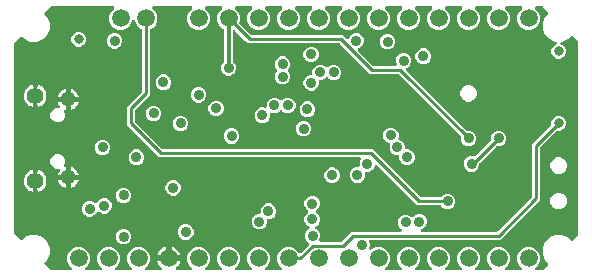
<source format=gbr>
G04 EAGLE Gerber RS-274X export*
G75*
%MOMM*%
%FSLAX34Y34*%
%LPD*%
%INEAGLE Copper Layer 15*%
%IPPOS*%
%AMOC8*
5,1,8,0,0,1.08239X$1,22.5*%
G01*
%ADD10C,1.508000*%
%ADD11C,1.308000*%
%ADD12C,1.408000*%
%ADD13C,0.906400*%
%ADD14C,0.800100*%
%ADD15C,0.914400*%
%ADD16C,0.254000*%
%ADD17C,0.304800*%
%ADD18C,0.889000*%

G36*
X50845Y2558D02*
X50845Y2558D01*
X50984Y2571D01*
X51003Y2578D01*
X51023Y2581D01*
X51152Y2632D01*
X51283Y2679D01*
X51300Y2690D01*
X51318Y2698D01*
X51431Y2779D01*
X51546Y2857D01*
X51559Y2873D01*
X51576Y2884D01*
X51665Y2992D01*
X51756Y3096D01*
X51766Y3114D01*
X51779Y3129D01*
X51838Y3255D01*
X51901Y3379D01*
X51905Y3399D01*
X51914Y3417D01*
X51940Y3553D01*
X51971Y3689D01*
X51970Y3710D01*
X51974Y3729D01*
X51965Y3868D01*
X51961Y4007D01*
X51955Y4027D01*
X51954Y4047D01*
X51911Y4179D01*
X51873Y4313D01*
X51862Y4330D01*
X51856Y4349D01*
X51781Y4467D01*
X51711Y4587D01*
X51693Y4608D01*
X51686Y4618D01*
X51671Y4632D01*
X51605Y4707D01*
X49035Y7278D01*
X47577Y10796D01*
X47577Y14604D01*
X49035Y18122D01*
X51728Y20815D01*
X55246Y22273D01*
X59054Y22273D01*
X62572Y20815D01*
X65265Y18122D01*
X66723Y14604D01*
X66723Y10796D01*
X65265Y7278D01*
X62695Y4707D01*
X62610Y4598D01*
X62521Y4491D01*
X62513Y4472D01*
X62500Y4456D01*
X62445Y4328D01*
X62386Y4203D01*
X62382Y4183D01*
X62374Y4164D01*
X62352Y4026D01*
X62326Y3890D01*
X62327Y3870D01*
X62324Y3850D01*
X62337Y3711D01*
X62346Y3573D01*
X62352Y3554D01*
X62354Y3534D01*
X62401Y3402D01*
X62444Y3271D01*
X62455Y3253D01*
X62462Y3234D01*
X62540Y3119D01*
X62614Y3002D01*
X62629Y2988D01*
X62640Y2971D01*
X62744Y2879D01*
X62846Y2784D01*
X62863Y2774D01*
X62879Y2761D01*
X63003Y2697D01*
X63124Y2630D01*
X63144Y2625D01*
X63162Y2616D01*
X63298Y2586D01*
X63432Y2551D01*
X63460Y2549D01*
X63472Y2546D01*
X63493Y2547D01*
X63593Y2541D01*
X76107Y2541D01*
X76245Y2558D01*
X76384Y2571D01*
X76403Y2578D01*
X76423Y2581D01*
X76552Y2632D01*
X76683Y2679D01*
X76700Y2690D01*
X76718Y2698D01*
X76831Y2779D01*
X76946Y2857D01*
X76959Y2873D01*
X76976Y2884D01*
X77065Y2992D01*
X77156Y3096D01*
X77166Y3114D01*
X77179Y3129D01*
X77238Y3255D01*
X77301Y3379D01*
X77305Y3399D01*
X77314Y3417D01*
X77340Y3553D01*
X77371Y3689D01*
X77370Y3710D01*
X77374Y3729D01*
X77365Y3868D01*
X77361Y4007D01*
X77355Y4027D01*
X77354Y4047D01*
X77311Y4179D01*
X77273Y4313D01*
X77262Y4330D01*
X77256Y4349D01*
X77181Y4467D01*
X77111Y4587D01*
X77093Y4608D01*
X77086Y4618D01*
X77071Y4632D01*
X77005Y4707D01*
X74435Y7278D01*
X72977Y10796D01*
X72977Y14604D01*
X74435Y18122D01*
X77128Y20815D01*
X80646Y22273D01*
X84454Y22273D01*
X87972Y20815D01*
X90665Y18122D01*
X92123Y14604D01*
X92123Y10796D01*
X90665Y7278D01*
X88095Y4707D01*
X88010Y4598D01*
X87921Y4491D01*
X87913Y4472D01*
X87900Y4456D01*
X87845Y4328D01*
X87786Y4203D01*
X87782Y4183D01*
X87774Y4164D01*
X87752Y4026D01*
X87726Y3890D01*
X87727Y3870D01*
X87724Y3850D01*
X87737Y3711D01*
X87746Y3573D01*
X87752Y3554D01*
X87754Y3534D01*
X87801Y3402D01*
X87844Y3271D01*
X87855Y3253D01*
X87862Y3234D01*
X87940Y3119D01*
X88014Y3002D01*
X88029Y2988D01*
X88040Y2971D01*
X88144Y2879D01*
X88246Y2784D01*
X88263Y2774D01*
X88279Y2761D01*
X88403Y2697D01*
X88524Y2630D01*
X88544Y2625D01*
X88562Y2616D01*
X88698Y2586D01*
X88832Y2551D01*
X88860Y2549D01*
X88872Y2546D01*
X88893Y2547D01*
X88993Y2541D01*
X101507Y2541D01*
X101645Y2558D01*
X101784Y2571D01*
X101803Y2578D01*
X101823Y2581D01*
X101952Y2632D01*
X102083Y2679D01*
X102100Y2690D01*
X102118Y2698D01*
X102231Y2779D01*
X102346Y2857D01*
X102359Y2873D01*
X102376Y2884D01*
X102465Y2992D01*
X102556Y3096D01*
X102566Y3114D01*
X102579Y3129D01*
X102638Y3255D01*
X102701Y3379D01*
X102705Y3399D01*
X102714Y3417D01*
X102740Y3553D01*
X102771Y3689D01*
X102770Y3710D01*
X102774Y3729D01*
X102765Y3868D01*
X102761Y4007D01*
X102755Y4027D01*
X102754Y4047D01*
X102711Y4179D01*
X102673Y4313D01*
X102662Y4330D01*
X102656Y4349D01*
X102581Y4467D01*
X102511Y4587D01*
X102493Y4608D01*
X102486Y4618D01*
X102471Y4632D01*
X102405Y4707D01*
X99835Y7278D01*
X98377Y10796D01*
X98377Y14604D01*
X99835Y18122D01*
X102528Y20815D01*
X106046Y22273D01*
X109854Y22273D01*
X113372Y20815D01*
X116065Y18122D01*
X117523Y14604D01*
X117523Y10796D01*
X116065Y7278D01*
X113495Y4707D01*
X113410Y4598D01*
X113321Y4491D01*
X113313Y4472D01*
X113300Y4456D01*
X113245Y4328D01*
X113186Y4203D01*
X113182Y4183D01*
X113174Y4164D01*
X113152Y4026D01*
X113126Y3890D01*
X113127Y3870D01*
X113124Y3850D01*
X113137Y3711D01*
X113146Y3573D01*
X113152Y3554D01*
X113154Y3534D01*
X113201Y3402D01*
X113244Y3271D01*
X113255Y3253D01*
X113262Y3234D01*
X113340Y3119D01*
X113414Y3002D01*
X113429Y2988D01*
X113440Y2971D01*
X113544Y2879D01*
X113646Y2784D01*
X113663Y2774D01*
X113679Y2761D01*
X113803Y2697D01*
X113924Y2630D01*
X113944Y2625D01*
X113962Y2616D01*
X114098Y2586D01*
X114232Y2551D01*
X114260Y2549D01*
X114272Y2546D01*
X114293Y2547D01*
X114393Y2541D01*
X126276Y2541D01*
X126355Y2551D01*
X126435Y2551D01*
X126512Y2571D01*
X126592Y2581D01*
X126666Y2610D01*
X126743Y2630D01*
X126813Y2668D01*
X126888Y2698D01*
X126952Y2744D01*
X127022Y2783D01*
X127080Y2837D01*
X127145Y2884D01*
X127196Y2946D01*
X127254Y3000D01*
X127297Y3068D01*
X127348Y3129D01*
X127382Y3201D01*
X127424Y3269D01*
X127449Y3345D01*
X127483Y3417D01*
X127498Y3495D01*
X127523Y3571D01*
X127528Y3651D01*
X127543Y3729D01*
X127538Y3809D01*
X127543Y3889D01*
X127528Y3967D01*
X127523Y4047D01*
X127499Y4123D01*
X127484Y4201D01*
X127450Y4273D01*
X127425Y4349D01*
X127383Y4417D01*
X127349Y4489D01*
X127298Y4551D01*
X127255Y4618D01*
X127197Y4673D01*
X127146Y4734D01*
X127025Y4835D01*
X127023Y4836D01*
X127022Y4837D01*
X126783Y5011D01*
X125661Y6133D01*
X124728Y7417D01*
X124008Y8830D01*
X123563Y10201D01*
X132120Y10201D01*
X132238Y10216D01*
X132357Y10223D01*
X132395Y10235D01*
X132435Y10241D01*
X132546Y10284D01*
X132659Y10321D01*
X132693Y10343D01*
X132731Y10358D01*
X132827Y10427D01*
X132928Y10491D01*
X132956Y10521D01*
X132988Y10544D01*
X133064Y10636D01*
X133146Y10723D01*
X133165Y10758D01*
X133191Y10789D01*
X133242Y10897D01*
X133299Y11001D01*
X133309Y11041D01*
X133327Y11077D01*
X133347Y11184D01*
X133351Y11154D01*
X133395Y11044D01*
X133431Y10931D01*
X133453Y10896D01*
X133468Y10859D01*
X133538Y10762D01*
X133601Y10662D01*
X133631Y10634D01*
X133655Y10601D01*
X133746Y10525D01*
X133833Y10444D01*
X133868Y10424D01*
X133900Y10399D01*
X134007Y10348D01*
X134112Y10290D01*
X134151Y10280D01*
X134187Y10263D01*
X134304Y10241D01*
X134420Y10211D01*
X134480Y10207D01*
X134500Y10203D01*
X134520Y10205D01*
X134580Y10201D01*
X143137Y10201D01*
X142692Y8830D01*
X141972Y7417D01*
X141039Y6133D01*
X139917Y5011D01*
X139678Y4837D01*
X139620Y4782D01*
X139555Y4736D01*
X139504Y4674D01*
X139446Y4619D01*
X139403Y4552D01*
X139352Y4491D01*
X139318Y4418D01*
X139275Y4351D01*
X139251Y4275D01*
X139217Y4203D01*
X139202Y4124D01*
X139177Y4048D01*
X139172Y3969D01*
X139157Y3890D01*
X139162Y3811D01*
X139157Y3731D01*
X139172Y3653D01*
X139177Y3573D01*
X139201Y3497D01*
X139216Y3418D01*
X139250Y3346D01*
X139275Y3271D01*
X139318Y3203D01*
X139352Y3131D01*
X139402Y3069D01*
X139445Y3002D01*
X139503Y2947D01*
X139554Y2885D01*
X139619Y2839D01*
X139677Y2784D01*
X139746Y2745D01*
X139811Y2698D01*
X139885Y2669D01*
X139955Y2630D01*
X140032Y2610D01*
X140107Y2581D01*
X140186Y2571D01*
X140263Y2551D01*
X140421Y2541D01*
X140422Y2541D01*
X140423Y2541D01*
X140424Y2541D01*
X152307Y2541D01*
X152445Y2558D01*
X152584Y2571D01*
X152603Y2578D01*
X152623Y2581D01*
X152752Y2632D01*
X152883Y2679D01*
X152900Y2690D01*
X152918Y2698D01*
X153031Y2779D01*
X153146Y2857D01*
X153159Y2873D01*
X153176Y2884D01*
X153265Y2992D01*
X153356Y3096D01*
X153366Y3114D01*
X153379Y3129D01*
X153438Y3255D01*
X153501Y3379D01*
X153505Y3399D01*
X153514Y3417D01*
X153540Y3553D01*
X153571Y3689D01*
X153570Y3710D01*
X153574Y3729D01*
X153565Y3868D01*
X153561Y4007D01*
X153555Y4027D01*
X153554Y4047D01*
X153511Y4179D01*
X153473Y4313D01*
X153462Y4330D01*
X153456Y4349D01*
X153381Y4467D01*
X153311Y4587D01*
X153293Y4608D01*
X153286Y4618D01*
X153271Y4632D01*
X153205Y4707D01*
X150635Y7278D01*
X149177Y10796D01*
X149177Y14604D01*
X150635Y18122D01*
X153328Y20815D01*
X156846Y22273D01*
X160654Y22273D01*
X164172Y20815D01*
X166865Y18122D01*
X168323Y14604D01*
X168323Y10796D01*
X166865Y7278D01*
X164295Y4707D01*
X164210Y4598D01*
X164121Y4491D01*
X164113Y4472D01*
X164100Y4456D01*
X164045Y4328D01*
X163986Y4203D01*
X163982Y4183D01*
X163974Y4164D01*
X163952Y4026D01*
X163926Y3890D01*
X163927Y3870D01*
X163924Y3850D01*
X163937Y3711D01*
X163946Y3573D01*
X163952Y3554D01*
X163954Y3534D01*
X164001Y3402D01*
X164044Y3271D01*
X164055Y3253D01*
X164062Y3234D01*
X164140Y3119D01*
X164214Y3002D01*
X164229Y2988D01*
X164240Y2971D01*
X164344Y2879D01*
X164446Y2784D01*
X164463Y2774D01*
X164479Y2761D01*
X164603Y2697D01*
X164724Y2630D01*
X164744Y2625D01*
X164762Y2616D01*
X164898Y2586D01*
X165032Y2551D01*
X165060Y2549D01*
X165072Y2546D01*
X165093Y2547D01*
X165193Y2541D01*
X177707Y2541D01*
X177845Y2558D01*
X177984Y2571D01*
X178003Y2578D01*
X178023Y2581D01*
X178152Y2632D01*
X178283Y2679D01*
X178300Y2690D01*
X178318Y2698D01*
X178431Y2779D01*
X178546Y2857D01*
X178559Y2873D01*
X178576Y2884D01*
X178665Y2992D01*
X178756Y3096D01*
X178766Y3114D01*
X178779Y3129D01*
X178838Y3255D01*
X178901Y3379D01*
X178905Y3399D01*
X178914Y3417D01*
X178940Y3553D01*
X178971Y3689D01*
X178970Y3710D01*
X178974Y3729D01*
X178965Y3868D01*
X178961Y4007D01*
X178955Y4027D01*
X178954Y4047D01*
X178911Y4179D01*
X178873Y4313D01*
X178862Y4330D01*
X178856Y4349D01*
X178781Y4467D01*
X178711Y4587D01*
X178693Y4608D01*
X178686Y4618D01*
X178671Y4632D01*
X178605Y4707D01*
X176035Y7278D01*
X174577Y10796D01*
X174577Y14604D01*
X176035Y18122D01*
X178728Y20815D01*
X182246Y22273D01*
X186054Y22273D01*
X189572Y20815D01*
X192265Y18122D01*
X193723Y14604D01*
X193723Y10796D01*
X192265Y7278D01*
X189695Y4707D01*
X189610Y4598D01*
X189521Y4491D01*
X189513Y4472D01*
X189500Y4456D01*
X189445Y4328D01*
X189386Y4203D01*
X189382Y4183D01*
X189374Y4164D01*
X189352Y4026D01*
X189326Y3890D01*
X189327Y3870D01*
X189324Y3850D01*
X189337Y3711D01*
X189346Y3573D01*
X189352Y3554D01*
X189354Y3534D01*
X189401Y3402D01*
X189444Y3271D01*
X189455Y3253D01*
X189462Y3234D01*
X189540Y3119D01*
X189614Y3002D01*
X189629Y2988D01*
X189640Y2971D01*
X189744Y2879D01*
X189846Y2784D01*
X189863Y2774D01*
X189879Y2761D01*
X190003Y2697D01*
X190124Y2630D01*
X190144Y2625D01*
X190162Y2616D01*
X190298Y2586D01*
X190432Y2551D01*
X190460Y2549D01*
X190472Y2546D01*
X190493Y2547D01*
X190593Y2541D01*
X203107Y2541D01*
X203245Y2558D01*
X203384Y2571D01*
X203403Y2578D01*
X203423Y2581D01*
X203552Y2632D01*
X203683Y2679D01*
X203700Y2690D01*
X203718Y2698D01*
X203831Y2779D01*
X203946Y2857D01*
X203959Y2873D01*
X203976Y2884D01*
X204065Y2992D01*
X204156Y3096D01*
X204166Y3114D01*
X204179Y3129D01*
X204238Y3255D01*
X204301Y3379D01*
X204305Y3399D01*
X204314Y3417D01*
X204340Y3553D01*
X204371Y3689D01*
X204370Y3710D01*
X204374Y3729D01*
X204365Y3868D01*
X204361Y4007D01*
X204355Y4027D01*
X204354Y4047D01*
X204311Y4179D01*
X204273Y4313D01*
X204262Y4330D01*
X204256Y4349D01*
X204181Y4467D01*
X204111Y4587D01*
X204093Y4608D01*
X204086Y4618D01*
X204071Y4632D01*
X204005Y4707D01*
X201435Y7278D01*
X199977Y10796D01*
X199977Y14604D01*
X201435Y18122D01*
X204128Y20815D01*
X207646Y22273D01*
X211454Y22273D01*
X214972Y20815D01*
X217665Y18122D01*
X219123Y14604D01*
X219123Y10796D01*
X217665Y7278D01*
X215095Y4707D01*
X215010Y4598D01*
X214921Y4491D01*
X214913Y4472D01*
X214900Y4456D01*
X214845Y4328D01*
X214786Y4203D01*
X214782Y4183D01*
X214774Y4164D01*
X214752Y4026D01*
X214726Y3890D01*
X214727Y3870D01*
X214724Y3850D01*
X214737Y3711D01*
X214746Y3573D01*
X214752Y3554D01*
X214754Y3534D01*
X214801Y3402D01*
X214844Y3271D01*
X214855Y3253D01*
X214862Y3234D01*
X214940Y3119D01*
X215014Y3002D01*
X215029Y2988D01*
X215040Y2971D01*
X215144Y2879D01*
X215246Y2784D01*
X215263Y2774D01*
X215279Y2761D01*
X215403Y2697D01*
X215524Y2630D01*
X215544Y2625D01*
X215562Y2616D01*
X215698Y2586D01*
X215832Y2551D01*
X215860Y2549D01*
X215872Y2546D01*
X215893Y2547D01*
X215993Y2541D01*
X228507Y2541D01*
X228645Y2558D01*
X228784Y2571D01*
X228803Y2578D01*
X228823Y2581D01*
X228952Y2632D01*
X229083Y2679D01*
X229100Y2690D01*
X229118Y2698D01*
X229231Y2779D01*
X229346Y2857D01*
X229359Y2873D01*
X229376Y2884D01*
X229465Y2992D01*
X229556Y3096D01*
X229566Y3114D01*
X229579Y3129D01*
X229638Y3255D01*
X229701Y3379D01*
X229705Y3399D01*
X229714Y3417D01*
X229740Y3553D01*
X229771Y3689D01*
X229770Y3710D01*
X229774Y3729D01*
X229765Y3868D01*
X229761Y4007D01*
X229755Y4027D01*
X229754Y4047D01*
X229711Y4179D01*
X229673Y4313D01*
X229662Y4330D01*
X229656Y4349D01*
X229581Y4467D01*
X229511Y4587D01*
X229493Y4608D01*
X229486Y4618D01*
X229471Y4632D01*
X229405Y4707D01*
X226835Y7278D01*
X225377Y10796D01*
X225377Y14604D01*
X226835Y18122D01*
X229528Y20815D01*
X233046Y22273D01*
X236854Y22273D01*
X240372Y20815D01*
X243065Y18122D01*
X243130Y17966D01*
X243155Y17923D01*
X243172Y17876D01*
X243233Y17785D01*
X243288Y17690D01*
X243322Y17654D01*
X243350Y17613D01*
X243433Y17540D01*
X243509Y17461D01*
X243551Y17435D01*
X243589Y17402D01*
X243687Y17352D01*
X243780Y17295D01*
X243828Y17280D01*
X243872Y17258D01*
X243979Y17234D01*
X244084Y17201D01*
X244134Y17199D01*
X244182Y17188D01*
X244292Y17191D01*
X244402Y17186D01*
X244450Y17196D01*
X244500Y17198D01*
X244606Y17228D01*
X244713Y17250D01*
X244758Y17272D01*
X244806Y17286D01*
X244900Y17342D01*
X244999Y17390D01*
X245037Y17423D01*
X245080Y17448D01*
X245200Y17554D01*
X251820Y24174D01*
X251851Y24213D01*
X251888Y24247D01*
X251948Y24338D01*
X252015Y24425D01*
X252035Y24471D01*
X252062Y24512D01*
X252098Y24616D01*
X252141Y24717D01*
X252149Y24766D01*
X252165Y24813D01*
X252174Y24923D01*
X252191Y25031D01*
X252187Y25081D01*
X252190Y25130D01*
X252172Y25238D01*
X252161Y25348D01*
X252145Y25395D01*
X252136Y25444D01*
X252091Y25544D01*
X252054Y25647D01*
X252026Y25688D01*
X252005Y25734D01*
X251937Y25819D01*
X251875Y25910D01*
X251838Y25943D01*
X251807Y25982D01*
X251719Y26048D01*
X251637Y26121D01*
X251593Y26143D01*
X249705Y28031D01*
X248705Y30444D01*
X248705Y33056D01*
X249705Y35469D01*
X251551Y37315D01*
X251957Y37483D01*
X252078Y37552D01*
X252201Y37617D01*
X252216Y37631D01*
X252234Y37641D01*
X252333Y37738D01*
X252436Y37831D01*
X252447Y37848D01*
X252462Y37862D01*
X252534Y37980D01*
X252611Y38097D01*
X252618Y38116D01*
X252628Y38133D01*
X252669Y38266D01*
X252714Y38398D01*
X252716Y38418D01*
X252722Y38437D01*
X252729Y38576D01*
X252740Y38715D01*
X252736Y38735D01*
X252737Y38755D01*
X252709Y38891D01*
X252685Y39028D01*
X252677Y39047D01*
X252673Y39066D01*
X252612Y39191D01*
X252555Y39318D01*
X252542Y39334D01*
X252533Y39352D01*
X252443Y39458D01*
X252356Y39567D01*
X252340Y39579D01*
X252327Y39594D01*
X252213Y39674D01*
X252102Y39758D01*
X252077Y39770D01*
X252067Y39777D01*
X252048Y39784D01*
X251957Y39829D01*
X251170Y40155D01*
X249324Y42001D01*
X248324Y44414D01*
X248324Y47026D01*
X249324Y49439D01*
X251222Y51337D01*
X251244Y51349D01*
X251259Y51362D01*
X251276Y51372D01*
X251376Y51469D01*
X251479Y51563D01*
X251490Y51579D01*
X251505Y51593D01*
X251578Y51712D01*
X251654Y51828D01*
X251661Y51847D01*
X251671Y51864D01*
X251712Y51997D01*
X251757Y52129D01*
X251759Y52149D01*
X251765Y52168D01*
X251771Y52307D01*
X251783Y52446D01*
X251779Y52466D01*
X251780Y52486D01*
X251752Y52622D01*
X251728Y52760D01*
X251720Y52778D01*
X251716Y52797D01*
X251655Y52923D01*
X251598Y53049D01*
X251585Y53065D01*
X251576Y53083D01*
X251486Y53189D01*
X251399Y53298D01*
X251383Y53310D01*
X251370Y53325D01*
X251256Y53406D01*
X251250Y53410D01*
X249324Y55336D01*
X248324Y57749D01*
X248324Y60361D01*
X249324Y62774D01*
X251170Y64620D01*
X253583Y65620D01*
X256195Y65620D01*
X258608Y64620D01*
X260454Y62774D01*
X261454Y60361D01*
X261454Y57749D01*
X260454Y55336D01*
X258555Y53437D01*
X258534Y53426D01*
X258519Y53412D01*
X258501Y53403D01*
X258401Y53306D01*
X258298Y53212D01*
X258287Y53195D01*
X258273Y53181D01*
X258200Y53062D01*
X258124Y52946D01*
X258117Y52927D01*
X258107Y52910D01*
X258066Y52777D01*
X258021Y52645D01*
X258019Y52625D01*
X258013Y52606D01*
X258007Y52468D01*
X257996Y52328D01*
X257999Y52308D01*
X257998Y52289D01*
X258026Y52152D01*
X258050Y52015D01*
X258058Y51997D01*
X258062Y51977D01*
X258123Y51852D01*
X258181Y51725D01*
X258193Y51709D01*
X258202Y51691D01*
X258292Y51585D01*
X258379Y51477D01*
X258395Y51465D01*
X258408Y51449D01*
X258522Y51369D01*
X258528Y51365D01*
X260454Y49439D01*
X261454Y47026D01*
X261454Y44414D01*
X260454Y42001D01*
X258608Y40155D01*
X258202Y39987D01*
X258081Y39918D01*
X257958Y39853D01*
X257943Y39839D01*
X257925Y39829D01*
X257826Y39732D01*
X257723Y39639D01*
X257712Y39622D01*
X257697Y39608D01*
X257624Y39489D01*
X257548Y39373D01*
X257541Y39354D01*
X257531Y39337D01*
X257490Y39204D01*
X257445Y39072D01*
X257443Y39052D01*
X257437Y39033D01*
X257430Y38894D01*
X257419Y38755D01*
X257423Y38735D01*
X257422Y38715D01*
X257450Y38579D01*
X257474Y38442D01*
X257482Y38423D01*
X257486Y38404D01*
X257547Y38279D01*
X257604Y38152D01*
X257617Y38136D01*
X257626Y38118D01*
X257716Y38012D01*
X257803Y37903D01*
X257819Y37891D01*
X257832Y37876D01*
X257946Y37796D01*
X258057Y37712D01*
X258082Y37700D01*
X258092Y37693D01*
X258111Y37686D01*
X258202Y37641D01*
X258989Y37315D01*
X260835Y35469D01*
X261835Y33056D01*
X261835Y30444D01*
X261071Y28600D01*
X261058Y28552D01*
X261036Y28507D01*
X261016Y28399D01*
X260987Y28293D01*
X260986Y28243D01*
X260977Y28194D01*
X260983Y28085D01*
X260982Y27975D01*
X260993Y27927D01*
X260996Y27877D01*
X261030Y27773D01*
X261056Y27666D01*
X261079Y27622D01*
X261094Y27575D01*
X261153Y27482D01*
X261205Y27385D01*
X261238Y27348D01*
X261265Y27306D01*
X261345Y27231D01*
X261418Y27149D01*
X261460Y27122D01*
X261496Y27088D01*
X261592Y27035D01*
X261684Y26975D01*
X261731Y26958D01*
X261775Y26934D01*
X261881Y26907D01*
X261985Y26871D01*
X262035Y26867D01*
X262083Y26855D01*
X262243Y26845D01*
X279365Y26845D01*
X279463Y26857D01*
X279562Y26860D01*
X279621Y26877D01*
X279681Y26885D01*
X279773Y26921D01*
X279868Y26949D01*
X279920Y26979D01*
X279976Y27002D01*
X280057Y27060D01*
X280142Y27110D01*
X280217Y27176D01*
X280234Y27188D01*
X280242Y27198D01*
X280263Y27216D01*
X288313Y35267D01*
X329579Y35267D01*
X329650Y35276D01*
X329721Y35275D01*
X329807Y35296D01*
X329819Y35297D01*
X329849Y35300D01*
X329853Y35301D01*
X329894Y35307D01*
X329961Y35333D01*
X330030Y35350D01*
X330108Y35391D01*
X330190Y35424D01*
X330248Y35465D01*
X330311Y35499D01*
X330376Y35559D01*
X330447Y35610D01*
X330493Y35665D01*
X330546Y35713D01*
X330594Y35787D01*
X330650Y35855D01*
X330681Y35920D01*
X330720Y35980D01*
X330748Y36063D01*
X330786Y36143D01*
X330799Y36213D01*
X330822Y36281D01*
X330829Y36369D01*
X330846Y36455D01*
X330841Y36527D01*
X330847Y36598D01*
X330831Y36685D01*
X330826Y36773D01*
X330804Y36841D01*
X330792Y36911D01*
X330755Y36991D01*
X330728Y37075D01*
X330690Y37136D01*
X330660Y37201D01*
X330605Y37269D01*
X330582Y37306D01*
X330576Y37315D01*
X330575Y37317D01*
X330558Y37344D01*
X330519Y37381D01*
X330483Y37421D01*
X330461Y37448D01*
X330447Y37459D01*
X328445Y39461D01*
X327445Y41874D01*
X327445Y44486D01*
X328445Y46899D01*
X330291Y48745D01*
X332704Y49745D01*
X335316Y49745D01*
X337729Y48745D01*
X338572Y47902D01*
X338665Y47830D01*
X338755Y47751D01*
X338791Y47732D01*
X338823Y47707D01*
X338932Y47660D01*
X339038Y47606D01*
X339077Y47597D01*
X339115Y47581D01*
X339232Y47562D01*
X339348Y47536D01*
X339389Y47538D01*
X339429Y47531D01*
X339547Y47542D01*
X339666Y47546D01*
X339705Y47557D01*
X339745Y47561D01*
X339857Y47601D01*
X339972Y47634D01*
X340007Y47655D01*
X340045Y47669D01*
X340143Y47736D01*
X340246Y47796D01*
X340291Y47836D01*
X340308Y47847D01*
X340321Y47863D01*
X340367Y47902D01*
X341771Y49307D01*
X344151Y50293D01*
X346729Y50293D01*
X349109Y49307D01*
X350932Y47484D01*
X351918Y45104D01*
X351918Y42526D01*
X350932Y40146D01*
X349109Y38323D01*
X347625Y37709D01*
X347564Y37674D01*
X347499Y37648D01*
X347427Y37596D01*
X347349Y37551D01*
X347299Y37503D01*
X347242Y37462D01*
X347185Y37392D01*
X347120Y37330D01*
X347084Y37270D01*
X347039Y37217D01*
X347001Y37135D01*
X346954Y37059D01*
X346934Y36992D01*
X346904Y36929D01*
X346887Y36841D01*
X346860Y36755D01*
X346857Y36685D01*
X346844Y36616D01*
X346850Y36527D01*
X346845Y36437D01*
X346859Y36369D01*
X346864Y36299D01*
X346891Y36214D01*
X346910Y36126D01*
X346940Y36063D01*
X346962Y35997D01*
X347010Y35921D01*
X347049Y35840D01*
X347095Y35787D01*
X347132Y35728D01*
X347197Y35666D01*
X347256Y35598D01*
X347313Y35558D01*
X347364Y35510D01*
X347442Y35467D01*
X347516Y35415D01*
X347581Y35390D01*
X347642Y35356D01*
X347729Y35334D01*
X347813Y35302D01*
X347883Y35294D01*
X347950Y35277D01*
X348111Y35267D01*
X411070Y35267D01*
X411168Y35279D01*
X411267Y35282D01*
X411326Y35299D01*
X411386Y35307D01*
X411478Y35343D01*
X411573Y35371D01*
X411625Y35401D01*
X411681Y35424D01*
X411761Y35482D01*
X411847Y35532D01*
X411922Y35598D01*
X411939Y35610D01*
X411947Y35620D01*
X411968Y35638D01*
X440826Y64496D01*
X440886Y64575D01*
X440954Y64647D01*
X440983Y64700D01*
X441020Y64748D01*
X441060Y64839D01*
X441108Y64925D01*
X441123Y64984D01*
X441147Y65039D01*
X441162Y65137D01*
X441187Y65233D01*
X441193Y65333D01*
X441197Y65354D01*
X441195Y65366D01*
X441197Y65394D01*
X441197Y109318D01*
X457145Y125266D01*
X457206Y125344D01*
X457274Y125416D01*
X457303Y125469D01*
X457340Y125517D01*
X457379Y125608D01*
X457427Y125695D01*
X457442Y125753D01*
X457466Y125809D01*
X457482Y125907D01*
X457507Y126003D01*
X457513Y126103D01*
X457516Y126123D01*
X457515Y126135D01*
X457517Y126163D01*
X457517Y128200D01*
X458435Y130418D01*
X460132Y132115D01*
X462350Y133033D01*
X464750Y133033D01*
X466968Y132115D01*
X468665Y130418D01*
X469583Y128200D01*
X469583Y125800D01*
X468665Y123582D01*
X466968Y121885D01*
X464750Y120967D01*
X462713Y120967D01*
X462615Y120954D01*
X462516Y120951D01*
X462458Y120935D01*
X462398Y120927D01*
X462306Y120890D01*
X462211Y120863D01*
X462158Y120832D01*
X462102Y120810D01*
X462022Y120752D01*
X461937Y120701D01*
X461861Y120635D01*
X461845Y120623D01*
X461837Y120614D01*
X461816Y120595D01*
X448174Y106954D01*
X448114Y106875D01*
X448046Y106803D01*
X448017Y106750D01*
X447980Y106702D01*
X447940Y106611D01*
X447892Y106525D01*
X447877Y106466D01*
X447853Y106411D01*
X447838Y106313D01*
X447813Y106217D01*
X447807Y106117D01*
X447803Y106096D01*
X447805Y106084D01*
X447803Y106056D01*
X447803Y62132D01*
X414332Y28661D01*
X304308Y28661D01*
X304259Y28655D01*
X304209Y28657D01*
X304102Y28635D01*
X303993Y28621D01*
X303946Y28603D01*
X303898Y28593D01*
X303799Y28545D01*
X303697Y28504D01*
X303657Y28475D01*
X303612Y28453D01*
X303529Y28382D01*
X303440Y28318D01*
X303408Y28279D01*
X303370Y28247D01*
X303307Y28157D01*
X303237Y28073D01*
X303216Y28028D01*
X303187Y27987D01*
X303148Y27884D01*
X303101Y27785D01*
X303092Y27736D01*
X303074Y27690D01*
X303062Y27580D01*
X303042Y27473D01*
X303045Y27423D01*
X303039Y27374D01*
X303055Y27265D01*
X303061Y27155D01*
X303077Y27108D01*
X303084Y27059D01*
X303136Y26906D01*
X303745Y25436D01*
X303745Y22824D01*
X303364Y21905D01*
X303346Y21838D01*
X303318Y21774D01*
X303304Y21685D01*
X303280Y21599D01*
X303279Y21529D01*
X303268Y21460D01*
X303277Y21370D01*
X303275Y21281D01*
X303291Y21213D01*
X303298Y21143D01*
X303328Y21059D01*
X303349Y20971D01*
X303382Y20909D01*
X303406Y20844D01*
X303456Y20770D01*
X303498Y20690D01*
X303545Y20639D01*
X303584Y20581D01*
X303652Y20521D01*
X303712Y20455D01*
X303770Y20417D01*
X303823Y20370D01*
X303903Y20329D01*
X303978Y20280D01*
X304044Y20257D01*
X304106Y20226D01*
X304194Y20206D01*
X304278Y20177D01*
X304348Y20171D01*
X304416Y20156D01*
X304506Y20159D01*
X304595Y20152D01*
X304664Y20164D01*
X304734Y20166D01*
X304820Y20191D01*
X304909Y20206D01*
X304972Y20235D01*
X305040Y20254D01*
X305117Y20300D01*
X305199Y20337D01*
X305253Y20380D01*
X305313Y20416D01*
X305434Y20522D01*
X305728Y20815D01*
X309246Y22273D01*
X313054Y22273D01*
X316572Y20815D01*
X319265Y18122D01*
X320723Y14604D01*
X320723Y10796D01*
X319265Y7278D01*
X316695Y4707D01*
X316610Y4598D01*
X316521Y4491D01*
X316513Y4472D01*
X316500Y4456D01*
X316445Y4328D01*
X316386Y4203D01*
X316382Y4183D01*
X316374Y4164D01*
X316352Y4026D01*
X316326Y3890D01*
X316327Y3870D01*
X316324Y3850D01*
X316337Y3711D01*
X316346Y3573D01*
X316352Y3554D01*
X316354Y3534D01*
X316401Y3402D01*
X316444Y3271D01*
X316455Y3253D01*
X316462Y3234D01*
X316540Y3119D01*
X316614Y3002D01*
X316629Y2988D01*
X316640Y2971D01*
X316744Y2879D01*
X316846Y2784D01*
X316863Y2774D01*
X316879Y2761D01*
X317003Y2697D01*
X317124Y2630D01*
X317144Y2625D01*
X317162Y2616D01*
X317298Y2586D01*
X317432Y2551D01*
X317460Y2549D01*
X317472Y2546D01*
X317493Y2547D01*
X317593Y2541D01*
X330107Y2541D01*
X330245Y2558D01*
X330384Y2571D01*
X330403Y2578D01*
X330423Y2581D01*
X330552Y2632D01*
X330683Y2679D01*
X330700Y2690D01*
X330718Y2698D01*
X330831Y2779D01*
X330946Y2857D01*
X330959Y2873D01*
X330976Y2884D01*
X331065Y2992D01*
X331156Y3096D01*
X331166Y3114D01*
X331179Y3129D01*
X331238Y3255D01*
X331301Y3379D01*
X331305Y3399D01*
X331314Y3417D01*
X331340Y3553D01*
X331371Y3689D01*
X331370Y3710D01*
X331374Y3729D01*
X331365Y3868D01*
X331361Y4007D01*
X331355Y4027D01*
X331354Y4047D01*
X331311Y4179D01*
X331273Y4313D01*
X331262Y4330D01*
X331256Y4349D01*
X331181Y4467D01*
X331111Y4587D01*
X331093Y4608D01*
X331086Y4618D01*
X331071Y4632D01*
X331005Y4707D01*
X328435Y7278D01*
X326977Y10796D01*
X326977Y14604D01*
X328435Y18122D01*
X331128Y20815D01*
X334646Y22273D01*
X338454Y22273D01*
X341972Y20815D01*
X344665Y18122D01*
X346123Y14604D01*
X346123Y10796D01*
X344665Y7278D01*
X342095Y4707D01*
X342010Y4598D01*
X341921Y4491D01*
X341913Y4472D01*
X341900Y4456D01*
X341845Y4328D01*
X341786Y4203D01*
X341782Y4183D01*
X341774Y4164D01*
X341752Y4026D01*
X341726Y3890D01*
X341727Y3870D01*
X341724Y3850D01*
X341737Y3711D01*
X341746Y3573D01*
X341752Y3554D01*
X341754Y3534D01*
X341801Y3402D01*
X341844Y3271D01*
X341855Y3253D01*
X341862Y3234D01*
X341940Y3119D01*
X342014Y3002D01*
X342029Y2988D01*
X342040Y2971D01*
X342144Y2879D01*
X342246Y2784D01*
X342263Y2774D01*
X342279Y2761D01*
X342403Y2697D01*
X342524Y2630D01*
X342544Y2625D01*
X342562Y2616D01*
X342698Y2586D01*
X342832Y2551D01*
X342860Y2549D01*
X342872Y2546D01*
X342893Y2547D01*
X342993Y2541D01*
X355507Y2541D01*
X355645Y2558D01*
X355784Y2571D01*
X355803Y2578D01*
X355823Y2581D01*
X355952Y2632D01*
X356083Y2679D01*
X356100Y2690D01*
X356118Y2698D01*
X356231Y2779D01*
X356346Y2857D01*
X356359Y2873D01*
X356376Y2884D01*
X356465Y2992D01*
X356556Y3096D01*
X356566Y3114D01*
X356579Y3129D01*
X356638Y3255D01*
X356701Y3379D01*
X356705Y3399D01*
X356714Y3417D01*
X356740Y3553D01*
X356771Y3689D01*
X356770Y3710D01*
X356774Y3729D01*
X356765Y3868D01*
X356761Y4007D01*
X356755Y4027D01*
X356754Y4047D01*
X356711Y4179D01*
X356673Y4313D01*
X356662Y4330D01*
X356656Y4349D01*
X356581Y4467D01*
X356511Y4587D01*
X356493Y4608D01*
X356486Y4618D01*
X356471Y4632D01*
X356405Y4707D01*
X353835Y7278D01*
X352377Y10796D01*
X352377Y14604D01*
X353835Y18122D01*
X356528Y20815D01*
X360046Y22273D01*
X363854Y22273D01*
X367372Y20815D01*
X370065Y18122D01*
X371523Y14604D01*
X371523Y10796D01*
X370065Y7278D01*
X367495Y4707D01*
X367410Y4598D01*
X367321Y4491D01*
X367313Y4472D01*
X367300Y4456D01*
X367245Y4328D01*
X367186Y4203D01*
X367182Y4183D01*
X367174Y4164D01*
X367152Y4026D01*
X367126Y3890D01*
X367127Y3870D01*
X367124Y3850D01*
X367137Y3711D01*
X367146Y3573D01*
X367152Y3554D01*
X367154Y3534D01*
X367201Y3402D01*
X367244Y3271D01*
X367255Y3253D01*
X367262Y3234D01*
X367340Y3119D01*
X367414Y3002D01*
X367429Y2988D01*
X367440Y2971D01*
X367544Y2879D01*
X367646Y2784D01*
X367663Y2774D01*
X367679Y2761D01*
X367803Y2697D01*
X367924Y2630D01*
X367944Y2625D01*
X367962Y2616D01*
X368098Y2586D01*
X368232Y2551D01*
X368260Y2549D01*
X368272Y2546D01*
X368293Y2547D01*
X368393Y2541D01*
X380907Y2541D01*
X381045Y2558D01*
X381184Y2571D01*
X381203Y2578D01*
X381223Y2581D01*
X381352Y2632D01*
X381483Y2679D01*
X381500Y2690D01*
X381518Y2698D01*
X381631Y2779D01*
X381746Y2857D01*
X381759Y2873D01*
X381776Y2884D01*
X381865Y2992D01*
X381956Y3096D01*
X381966Y3114D01*
X381979Y3129D01*
X382038Y3255D01*
X382101Y3379D01*
X382105Y3399D01*
X382114Y3417D01*
X382140Y3553D01*
X382171Y3689D01*
X382170Y3710D01*
X382174Y3729D01*
X382165Y3868D01*
X382161Y4007D01*
X382155Y4027D01*
X382154Y4047D01*
X382111Y4179D01*
X382073Y4313D01*
X382062Y4330D01*
X382056Y4349D01*
X381981Y4467D01*
X381911Y4587D01*
X381893Y4608D01*
X381886Y4618D01*
X381871Y4632D01*
X381805Y4707D01*
X379235Y7278D01*
X377777Y10796D01*
X377777Y14604D01*
X379235Y18122D01*
X381928Y20815D01*
X385446Y22273D01*
X389254Y22273D01*
X392772Y20815D01*
X395465Y18122D01*
X396923Y14604D01*
X396923Y10796D01*
X395465Y7278D01*
X392895Y4707D01*
X392810Y4598D01*
X392721Y4491D01*
X392713Y4472D01*
X392700Y4456D01*
X392645Y4328D01*
X392586Y4203D01*
X392582Y4183D01*
X392574Y4164D01*
X392552Y4026D01*
X392526Y3890D01*
X392527Y3870D01*
X392524Y3850D01*
X392537Y3711D01*
X392546Y3573D01*
X392552Y3554D01*
X392554Y3534D01*
X392601Y3402D01*
X392644Y3271D01*
X392655Y3253D01*
X392662Y3234D01*
X392740Y3119D01*
X392814Y3002D01*
X392829Y2988D01*
X392840Y2971D01*
X392944Y2879D01*
X393046Y2784D01*
X393063Y2774D01*
X393079Y2761D01*
X393203Y2697D01*
X393324Y2630D01*
X393344Y2625D01*
X393362Y2616D01*
X393498Y2586D01*
X393632Y2551D01*
X393660Y2549D01*
X393672Y2546D01*
X393693Y2547D01*
X393793Y2541D01*
X406307Y2541D01*
X406445Y2558D01*
X406584Y2571D01*
X406603Y2578D01*
X406623Y2581D01*
X406752Y2632D01*
X406883Y2679D01*
X406900Y2690D01*
X406918Y2698D01*
X407031Y2779D01*
X407146Y2857D01*
X407159Y2873D01*
X407176Y2884D01*
X407265Y2992D01*
X407356Y3096D01*
X407366Y3114D01*
X407379Y3129D01*
X407438Y3255D01*
X407501Y3379D01*
X407505Y3399D01*
X407514Y3417D01*
X407540Y3553D01*
X407571Y3689D01*
X407570Y3710D01*
X407574Y3729D01*
X407565Y3868D01*
X407561Y4007D01*
X407555Y4027D01*
X407554Y4047D01*
X407511Y4179D01*
X407473Y4313D01*
X407462Y4330D01*
X407456Y4349D01*
X407381Y4467D01*
X407311Y4587D01*
X407293Y4608D01*
X407286Y4618D01*
X407271Y4632D01*
X407205Y4707D01*
X404635Y7278D01*
X403177Y10796D01*
X403177Y14604D01*
X404635Y18122D01*
X407328Y20815D01*
X410846Y22273D01*
X414654Y22273D01*
X418172Y20815D01*
X420865Y18122D01*
X422323Y14604D01*
X422323Y10796D01*
X420865Y7278D01*
X418295Y4707D01*
X418210Y4598D01*
X418121Y4491D01*
X418113Y4472D01*
X418100Y4456D01*
X418045Y4328D01*
X417986Y4203D01*
X417982Y4183D01*
X417974Y4164D01*
X417952Y4026D01*
X417926Y3890D01*
X417927Y3870D01*
X417924Y3850D01*
X417937Y3711D01*
X417946Y3573D01*
X417952Y3554D01*
X417954Y3534D01*
X418001Y3402D01*
X418044Y3271D01*
X418055Y3253D01*
X418062Y3234D01*
X418140Y3119D01*
X418214Y3002D01*
X418229Y2988D01*
X418240Y2971D01*
X418344Y2879D01*
X418446Y2784D01*
X418463Y2774D01*
X418479Y2761D01*
X418603Y2697D01*
X418724Y2630D01*
X418744Y2625D01*
X418762Y2616D01*
X418898Y2586D01*
X419032Y2551D01*
X419060Y2549D01*
X419072Y2546D01*
X419093Y2547D01*
X419193Y2541D01*
X431707Y2541D01*
X431845Y2558D01*
X431984Y2571D01*
X432003Y2578D01*
X432023Y2581D01*
X432152Y2632D01*
X432283Y2679D01*
X432300Y2690D01*
X432318Y2698D01*
X432431Y2779D01*
X432546Y2857D01*
X432559Y2873D01*
X432576Y2884D01*
X432665Y2992D01*
X432756Y3096D01*
X432766Y3114D01*
X432779Y3129D01*
X432838Y3255D01*
X432901Y3379D01*
X432905Y3399D01*
X432914Y3417D01*
X432940Y3553D01*
X432971Y3689D01*
X432970Y3710D01*
X432974Y3729D01*
X432965Y3868D01*
X432961Y4007D01*
X432955Y4027D01*
X432954Y4047D01*
X432911Y4179D01*
X432873Y4313D01*
X432862Y4330D01*
X432856Y4349D01*
X432781Y4467D01*
X432711Y4587D01*
X432693Y4608D01*
X432686Y4618D01*
X432671Y4632D01*
X432605Y4707D01*
X430035Y7278D01*
X428577Y10796D01*
X428577Y14604D01*
X430035Y18122D01*
X432728Y20815D01*
X436246Y22273D01*
X440054Y22273D01*
X443572Y20815D01*
X446265Y18122D01*
X447723Y14604D01*
X447723Y10796D01*
X446265Y7278D01*
X443695Y4707D01*
X443610Y4598D01*
X443521Y4491D01*
X443513Y4472D01*
X443500Y4456D01*
X443445Y4328D01*
X443386Y4203D01*
X443382Y4183D01*
X443374Y4164D01*
X443352Y4026D01*
X443326Y3890D01*
X443327Y3870D01*
X443324Y3850D01*
X443337Y3711D01*
X443346Y3573D01*
X443352Y3554D01*
X443354Y3534D01*
X443401Y3402D01*
X443444Y3271D01*
X443455Y3253D01*
X443462Y3234D01*
X443540Y3119D01*
X443614Y3002D01*
X443629Y2988D01*
X443640Y2971D01*
X443744Y2879D01*
X443846Y2784D01*
X443863Y2774D01*
X443879Y2761D01*
X444003Y2697D01*
X444124Y2630D01*
X444144Y2625D01*
X444162Y2616D01*
X444298Y2586D01*
X444432Y2551D01*
X444460Y2549D01*
X444472Y2546D01*
X444493Y2547D01*
X444593Y2541D01*
X449580Y2541D01*
X449678Y2553D01*
X449777Y2556D01*
X449835Y2573D01*
X449896Y2581D01*
X449988Y2617D01*
X450083Y2645D01*
X450135Y2675D01*
X450191Y2698D01*
X450271Y2756D01*
X450357Y2806D01*
X450432Y2872D01*
X450449Y2884D01*
X450456Y2894D01*
X450477Y2912D01*
X454610Y7045D01*
X454683Y7139D01*
X454762Y7229D01*
X454780Y7265D01*
X454805Y7297D01*
X454853Y7406D01*
X454907Y7512D01*
X454915Y7551D01*
X454932Y7588D01*
X454950Y7706D01*
X454976Y7822D01*
X454975Y7862D01*
X454981Y7902D01*
X454970Y8021D01*
X454967Y8140D01*
X454955Y8179D01*
X454952Y8219D01*
X454911Y8331D01*
X454878Y8445D01*
X454858Y8480D01*
X454844Y8518D01*
X454777Y8617D01*
X454717Y8719D01*
X454677Y8765D01*
X454665Y8782D01*
X454650Y8795D01*
X454610Y8840D01*
X452071Y11380D01*
X450009Y16357D01*
X450009Y21743D01*
X452071Y26720D01*
X455880Y30529D01*
X460857Y32591D01*
X466243Y32591D01*
X471220Y30529D01*
X473760Y27990D01*
X473854Y27917D01*
X473943Y27838D01*
X473979Y27820D01*
X474011Y27795D01*
X474120Y27747D01*
X474226Y27693D01*
X474266Y27685D01*
X474303Y27668D01*
X474421Y27650D01*
X474537Y27624D01*
X474577Y27625D01*
X474617Y27619D01*
X474736Y27630D01*
X474854Y27633D01*
X474893Y27645D01*
X474934Y27648D01*
X475046Y27689D01*
X475160Y27722D01*
X475195Y27742D01*
X475233Y27756D01*
X475331Y27823D01*
X475434Y27883D01*
X475479Y27923D01*
X475496Y27935D01*
X475509Y27950D01*
X475555Y27990D01*
X479688Y32123D01*
X479748Y32201D01*
X479816Y32273D01*
X479842Y32319D01*
X479844Y32322D01*
X479847Y32328D01*
X479882Y32374D01*
X479922Y32465D01*
X479970Y32551D01*
X479985Y32610D01*
X480009Y32666D01*
X480024Y32764D01*
X480049Y32859D01*
X480055Y32959D01*
X480059Y32980D01*
X480057Y32992D01*
X480059Y33020D01*
X480059Y195580D01*
X480047Y195678D01*
X480044Y195777D01*
X480027Y195835D01*
X480019Y195896D01*
X479983Y195988D01*
X479955Y196083D01*
X479925Y196135D01*
X479902Y196191D01*
X479844Y196271D01*
X479794Y196357D01*
X479728Y196432D01*
X479716Y196449D01*
X479706Y196456D01*
X479688Y196477D01*
X475555Y200610D01*
X475461Y200683D01*
X475371Y200762D01*
X475335Y200780D01*
X475303Y200805D01*
X475194Y200853D01*
X475088Y200907D01*
X475049Y200915D01*
X475012Y200932D01*
X474894Y200950D01*
X474778Y200976D01*
X474738Y200975D01*
X474698Y200981D01*
X474579Y200970D01*
X474460Y200967D01*
X474421Y200955D01*
X474381Y200952D01*
X474269Y200911D01*
X474155Y200878D01*
X474120Y200858D01*
X474082Y200844D01*
X473983Y200777D01*
X473881Y200717D01*
X473835Y200677D01*
X473818Y200665D01*
X473805Y200650D01*
X473760Y200610D01*
X471220Y198071D01*
X466234Y196006D01*
X466195Y196001D01*
X466125Y196002D01*
X466037Y195981D01*
X465948Y195969D01*
X465883Y195944D01*
X465816Y195927D01*
X465736Y195885D01*
X465653Y195852D01*
X465596Y195811D01*
X465534Y195779D01*
X465468Y195718D01*
X465395Y195666D01*
X465351Y195612D01*
X465299Y195565D01*
X465250Y195490D01*
X465192Y195421D01*
X465163Y195357D01*
X465124Y195299D01*
X465095Y195214D01*
X465057Y195133D01*
X465044Y195064D01*
X465021Y194998D01*
X465014Y194909D01*
X464997Y194821D01*
X465002Y194751D01*
X464996Y194681D01*
X465011Y194593D01*
X465017Y194503D01*
X465038Y194437D01*
X465050Y194368D01*
X465087Y194286D01*
X465115Y194201D01*
X465152Y194142D01*
X465181Y194078D01*
X465237Y194008D01*
X465285Y193932D01*
X465336Y193884D01*
X465380Y193830D01*
X465451Y193775D01*
X465517Y193714D01*
X465578Y193680D01*
X465634Y193638D01*
X465778Y193567D01*
X466968Y193075D01*
X468665Y191378D01*
X469583Y189160D01*
X469583Y186760D01*
X468665Y184542D01*
X466968Y182845D01*
X464750Y181927D01*
X462350Y181927D01*
X460132Y182845D01*
X458435Y184542D01*
X457517Y186760D01*
X457517Y189160D01*
X458435Y191378D01*
X460132Y193075D01*
X461322Y193567D01*
X461382Y193602D01*
X461447Y193628D01*
X461520Y193680D01*
X461598Y193725D01*
X461648Y193773D01*
X461705Y193814D01*
X461762Y193884D01*
X461827Y193946D01*
X461863Y194006D01*
X461908Y194059D01*
X461946Y194141D01*
X461993Y194217D01*
X462013Y194284D01*
X462043Y194347D01*
X462060Y194435D01*
X462086Y194521D01*
X462090Y194591D01*
X462103Y194660D01*
X462097Y194749D01*
X462102Y194839D01*
X462087Y194907D01*
X462083Y194977D01*
X462055Y195062D01*
X462037Y195150D01*
X462007Y195213D01*
X461985Y195279D01*
X461937Y195355D01*
X461898Y195436D01*
X461852Y195489D01*
X461815Y195548D01*
X461749Y195610D01*
X461691Y195678D01*
X461634Y195718D01*
X461583Y195766D01*
X461505Y195809D01*
X461431Y195861D01*
X461366Y195886D01*
X461305Y195920D01*
X461218Y195942D01*
X461134Y195974D01*
X461064Y195982D01*
X460997Y195999D01*
X460860Y196008D01*
X455880Y198071D01*
X452071Y201880D01*
X450009Y206857D01*
X450009Y212243D01*
X452071Y217220D01*
X454610Y219760D01*
X454683Y219854D01*
X454762Y219943D01*
X454780Y219979D01*
X454805Y220011D01*
X454853Y220120D01*
X454907Y220226D01*
X454915Y220266D01*
X454932Y220303D01*
X454950Y220421D01*
X454976Y220537D01*
X454975Y220577D01*
X454981Y220617D01*
X454970Y220736D01*
X454967Y220854D01*
X454955Y220893D01*
X454952Y220934D01*
X454911Y221046D01*
X454878Y221160D01*
X454858Y221195D01*
X454844Y221233D01*
X454777Y221331D01*
X454717Y221434D01*
X454677Y221479D01*
X454665Y221496D01*
X454650Y221509D01*
X454610Y221555D01*
X450477Y225688D01*
X450399Y225748D01*
X450327Y225816D01*
X450274Y225845D01*
X450226Y225882D01*
X450135Y225922D01*
X450049Y225970D01*
X449990Y225985D01*
X449934Y226009D01*
X449836Y226024D01*
X449741Y226049D01*
X449641Y226055D01*
X449620Y226059D01*
X449608Y226057D01*
X449580Y226059D01*
X444593Y226059D01*
X444455Y226042D01*
X444316Y226029D01*
X444297Y226022D01*
X444277Y226019D01*
X444148Y225968D01*
X444017Y225921D01*
X444000Y225910D01*
X443982Y225902D01*
X443869Y225821D01*
X443754Y225743D01*
X443741Y225727D01*
X443724Y225716D01*
X443635Y225608D01*
X443544Y225504D01*
X443534Y225486D01*
X443521Y225471D01*
X443462Y225345D01*
X443399Y225221D01*
X443395Y225201D01*
X443386Y225183D01*
X443360Y225047D01*
X443329Y224911D01*
X443330Y224890D01*
X443326Y224871D01*
X443335Y224732D01*
X443339Y224593D01*
X443345Y224573D01*
X443346Y224553D01*
X443389Y224421D01*
X443427Y224287D01*
X443438Y224270D01*
X443444Y224251D01*
X443519Y224133D01*
X443589Y224013D01*
X443607Y223992D01*
X443614Y223982D01*
X443629Y223968D01*
X443695Y223893D01*
X446265Y221322D01*
X447723Y217804D01*
X447723Y213996D01*
X446265Y210478D01*
X443572Y207785D01*
X440054Y206327D01*
X436246Y206327D01*
X432728Y207785D01*
X430035Y210478D01*
X428577Y213996D01*
X428577Y217804D01*
X430035Y221322D01*
X432605Y223893D01*
X432690Y224002D01*
X432779Y224109D01*
X432787Y224128D01*
X432800Y224144D01*
X432855Y224272D01*
X432914Y224397D01*
X432918Y224417D01*
X432926Y224436D01*
X432948Y224574D01*
X432974Y224710D01*
X432973Y224730D01*
X432976Y224750D01*
X432963Y224889D01*
X432954Y225027D01*
X432948Y225046D01*
X432946Y225066D01*
X432899Y225198D01*
X432856Y225329D01*
X432845Y225347D01*
X432838Y225366D01*
X432760Y225481D01*
X432686Y225598D01*
X432671Y225612D01*
X432660Y225629D01*
X432556Y225721D01*
X432454Y225816D01*
X432437Y225826D01*
X432421Y225839D01*
X432297Y225903D01*
X432176Y225970D01*
X432156Y225975D01*
X432138Y225984D01*
X432002Y226014D01*
X431868Y226049D01*
X431840Y226051D01*
X431828Y226054D01*
X431807Y226053D01*
X431707Y226059D01*
X419193Y226059D01*
X419055Y226042D01*
X418916Y226029D01*
X418897Y226022D01*
X418877Y226019D01*
X418748Y225968D01*
X418617Y225921D01*
X418600Y225910D01*
X418582Y225902D01*
X418469Y225821D01*
X418354Y225743D01*
X418341Y225727D01*
X418324Y225716D01*
X418235Y225608D01*
X418144Y225504D01*
X418134Y225486D01*
X418121Y225471D01*
X418062Y225345D01*
X417999Y225221D01*
X417995Y225201D01*
X417986Y225183D01*
X417960Y225047D01*
X417929Y224911D01*
X417930Y224890D01*
X417926Y224871D01*
X417935Y224732D01*
X417939Y224593D01*
X417945Y224573D01*
X417946Y224553D01*
X417989Y224421D01*
X418027Y224287D01*
X418038Y224270D01*
X418044Y224251D01*
X418119Y224133D01*
X418189Y224013D01*
X418207Y223992D01*
X418214Y223982D01*
X418229Y223968D01*
X418295Y223893D01*
X420865Y221322D01*
X422323Y217804D01*
X422323Y213996D01*
X420865Y210478D01*
X418172Y207785D01*
X414654Y206327D01*
X410846Y206327D01*
X407328Y207785D01*
X404635Y210478D01*
X403177Y213996D01*
X403177Y217804D01*
X404635Y221322D01*
X407205Y223893D01*
X407290Y224002D01*
X407379Y224109D01*
X407387Y224128D01*
X407400Y224144D01*
X407455Y224272D01*
X407514Y224397D01*
X407518Y224417D01*
X407526Y224436D01*
X407548Y224574D01*
X407574Y224710D01*
X407573Y224730D01*
X407576Y224750D01*
X407563Y224889D01*
X407554Y225027D01*
X407548Y225046D01*
X407546Y225066D01*
X407499Y225198D01*
X407456Y225329D01*
X407445Y225347D01*
X407438Y225366D01*
X407360Y225481D01*
X407286Y225598D01*
X407271Y225612D01*
X407260Y225629D01*
X407156Y225721D01*
X407054Y225816D01*
X407037Y225826D01*
X407021Y225839D01*
X406897Y225903D01*
X406776Y225970D01*
X406756Y225975D01*
X406738Y225984D01*
X406602Y226014D01*
X406468Y226049D01*
X406440Y226051D01*
X406428Y226054D01*
X406407Y226053D01*
X406307Y226059D01*
X393793Y226059D01*
X393655Y226042D01*
X393516Y226029D01*
X393497Y226022D01*
X393477Y226019D01*
X393348Y225968D01*
X393217Y225921D01*
X393200Y225910D01*
X393182Y225902D01*
X393069Y225821D01*
X392954Y225743D01*
X392941Y225727D01*
X392924Y225716D01*
X392835Y225608D01*
X392744Y225504D01*
X392734Y225486D01*
X392721Y225471D01*
X392662Y225345D01*
X392599Y225221D01*
X392595Y225201D01*
X392586Y225183D01*
X392560Y225047D01*
X392529Y224911D01*
X392530Y224890D01*
X392526Y224871D01*
X392535Y224732D01*
X392539Y224593D01*
X392545Y224573D01*
X392546Y224553D01*
X392589Y224421D01*
X392627Y224287D01*
X392638Y224270D01*
X392644Y224251D01*
X392719Y224133D01*
X392789Y224013D01*
X392807Y223992D01*
X392814Y223982D01*
X392829Y223968D01*
X392895Y223893D01*
X395465Y221322D01*
X396923Y217804D01*
X396923Y213996D01*
X395465Y210478D01*
X392772Y207785D01*
X389254Y206327D01*
X385446Y206327D01*
X381928Y207785D01*
X379235Y210478D01*
X377777Y213996D01*
X377777Y217804D01*
X379235Y221322D01*
X381805Y223893D01*
X381890Y224002D01*
X381979Y224109D01*
X381987Y224128D01*
X382000Y224144D01*
X382055Y224272D01*
X382114Y224397D01*
X382118Y224417D01*
X382126Y224436D01*
X382148Y224574D01*
X382174Y224710D01*
X382173Y224730D01*
X382176Y224750D01*
X382163Y224889D01*
X382154Y225027D01*
X382148Y225046D01*
X382146Y225066D01*
X382099Y225198D01*
X382056Y225329D01*
X382045Y225347D01*
X382038Y225366D01*
X381960Y225481D01*
X381886Y225598D01*
X381871Y225612D01*
X381860Y225629D01*
X381756Y225721D01*
X381654Y225816D01*
X381637Y225826D01*
X381621Y225839D01*
X381497Y225903D01*
X381376Y225970D01*
X381356Y225975D01*
X381338Y225984D01*
X381202Y226014D01*
X381068Y226049D01*
X381040Y226051D01*
X381028Y226054D01*
X381007Y226053D01*
X380907Y226059D01*
X368393Y226059D01*
X368255Y226042D01*
X368116Y226029D01*
X368097Y226022D01*
X368077Y226019D01*
X367948Y225968D01*
X367817Y225921D01*
X367800Y225910D01*
X367782Y225902D01*
X367669Y225821D01*
X367554Y225743D01*
X367541Y225727D01*
X367524Y225716D01*
X367435Y225608D01*
X367344Y225504D01*
X367334Y225486D01*
X367321Y225471D01*
X367262Y225345D01*
X367199Y225221D01*
X367195Y225201D01*
X367186Y225183D01*
X367160Y225047D01*
X367129Y224911D01*
X367130Y224890D01*
X367126Y224871D01*
X367135Y224732D01*
X367139Y224593D01*
X367145Y224573D01*
X367146Y224553D01*
X367189Y224421D01*
X367227Y224287D01*
X367238Y224270D01*
X367244Y224251D01*
X367319Y224133D01*
X367389Y224013D01*
X367407Y223992D01*
X367414Y223982D01*
X367429Y223968D01*
X367495Y223893D01*
X370065Y221322D01*
X371523Y217804D01*
X371523Y213996D01*
X370065Y210478D01*
X367372Y207785D01*
X363854Y206327D01*
X360046Y206327D01*
X356528Y207785D01*
X353835Y210478D01*
X352377Y213996D01*
X352377Y217804D01*
X353835Y221322D01*
X356405Y223893D01*
X356490Y224002D01*
X356579Y224109D01*
X356587Y224128D01*
X356600Y224144D01*
X356655Y224272D01*
X356714Y224397D01*
X356718Y224417D01*
X356726Y224436D01*
X356748Y224574D01*
X356774Y224710D01*
X356773Y224730D01*
X356776Y224750D01*
X356763Y224889D01*
X356754Y225027D01*
X356748Y225046D01*
X356746Y225066D01*
X356699Y225198D01*
X356656Y225329D01*
X356645Y225347D01*
X356638Y225366D01*
X356560Y225481D01*
X356486Y225598D01*
X356471Y225612D01*
X356460Y225629D01*
X356356Y225721D01*
X356254Y225816D01*
X356237Y225826D01*
X356221Y225839D01*
X356097Y225903D01*
X355976Y225970D01*
X355956Y225975D01*
X355938Y225984D01*
X355802Y226014D01*
X355668Y226049D01*
X355640Y226051D01*
X355628Y226054D01*
X355607Y226053D01*
X355507Y226059D01*
X342993Y226059D01*
X342855Y226042D01*
X342716Y226029D01*
X342697Y226022D01*
X342677Y226019D01*
X342548Y225968D01*
X342417Y225921D01*
X342400Y225910D01*
X342382Y225902D01*
X342269Y225821D01*
X342154Y225743D01*
X342141Y225727D01*
X342124Y225716D01*
X342035Y225608D01*
X341944Y225504D01*
X341934Y225486D01*
X341921Y225471D01*
X341862Y225345D01*
X341799Y225221D01*
X341795Y225201D01*
X341786Y225183D01*
X341760Y225047D01*
X341729Y224911D01*
X341730Y224890D01*
X341726Y224871D01*
X341735Y224732D01*
X341739Y224593D01*
X341745Y224573D01*
X341746Y224553D01*
X341789Y224421D01*
X341827Y224287D01*
X341838Y224270D01*
X341844Y224251D01*
X341919Y224133D01*
X341989Y224013D01*
X342007Y223992D01*
X342014Y223982D01*
X342029Y223968D01*
X342095Y223893D01*
X344665Y221322D01*
X346123Y217804D01*
X346123Y213996D01*
X344665Y210478D01*
X341972Y207785D01*
X338454Y206327D01*
X334646Y206327D01*
X331128Y207785D01*
X328435Y210478D01*
X326977Y213996D01*
X326977Y217804D01*
X328435Y221322D01*
X331005Y223893D01*
X331090Y224002D01*
X331179Y224109D01*
X331187Y224128D01*
X331200Y224144D01*
X331255Y224272D01*
X331314Y224397D01*
X331318Y224417D01*
X331326Y224436D01*
X331348Y224574D01*
X331374Y224710D01*
X331373Y224730D01*
X331376Y224750D01*
X331363Y224889D01*
X331354Y225027D01*
X331348Y225046D01*
X331346Y225066D01*
X331299Y225198D01*
X331256Y225329D01*
X331245Y225347D01*
X331238Y225366D01*
X331160Y225481D01*
X331086Y225598D01*
X331071Y225612D01*
X331060Y225629D01*
X330956Y225721D01*
X330854Y225816D01*
X330837Y225826D01*
X330821Y225839D01*
X330697Y225903D01*
X330576Y225970D01*
X330556Y225975D01*
X330538Y225984D01*
X330402Y226014D01*
X330268Y226049D01*
X330240Y226051D01*
X330228Y226054D01*
X330207Y226053D01*
X330107Y226059D01*
X317593Y226059D01*
X317455Y226042D01*
X317316Y226029D01*
X317297Y226022D01*
X317277Y226019D01*
X317148Y225968D01*
X317017Y225921D01*
X317000Y225910D01*
X316982Y225902D01*
X316869Y225821D01*
X316754Y225743D01*
X316741Y225727D01*
X316724Y225716D01*
X316635Y225608D01*
X316544Y225504D01*
X316534Y225486D01*
X316521Y225471D01*
X316462Y225345D01*
X316399Y225221D01*
X316395Y225201D01*
X316386Y225183D01*
X316360Y225047D01*
X316329Y224911D01*
X316330Y224890D01*
X316326Y224871D01*
X316335Y224732D01*
X316339Y224593D01*
X316345Y224573D01*
X316346Y224553D01*
X316389Y224421D01*
X316427Y224287D01*
X316438Y224270D01*
X316444Y224251D01*
X316519Y224133D01*
X316589Y224013D01*
X316607Y223992D01*
X316614Y223982D01*
X316629Y223968D01*
X316695Y223893D01*
X319265Y221322D01*
X320723Y217804D01*
X320723Y213996D01*
X319265Y210478D01*
X316572Y207785D01*
X313054Y206327D01*
X309246Y206327D01*
X305728Y207785D01*
X303035Y210478D01*
X301577Y213996D01*
X301577Y217804D01*
X303035Y221322D01*
X305605Y223893D01*
X305690Y224002D01*
X305779Y224109D01*
X305787Y224128D01*
X305800Y224144D01*
X305855Y224272D01*
X305914Y224397D01*
X305918Y224417D01*
X305926Y224436D01*
X305948Y224574D01*
X305974Y224710D01*
X305973Y224730D01*
X305976Y224750D01*
X305963Y224889D01*
X305954Y225027D01*
X305948Y225046D01*
X305946Y225066D01*
X305899Y225198D01*
X305856Y225329D01*
X305845Y225347D01*
X305838Y225366D01*
X305760Y225481D01*
X305686Y225598D01*
X305671Y225612D01*
X305660Y225629D01*
X305556Y225721D01*
X305454Y225816D01*
X305437Y225826D01*
X305421Y225839D01*
X305297Y225903D01*
X305176Y225970D01*
X305156Y225975D01*
X305138Y225984D01*
X305002Y226014D01*
X304868Y226049D01*
X304840Y226051D01*
X304828Y226054D01*
X304807Y226053D01*
X304707Y226059D01*
X292193Y226059D01*
X292055Y226042D01*
X291916Y226029D01*
X291897Y226022D01*
X291877Y226019D01*
X291748Y225968D01*
X291617Y225921D01*
X291600Y225910D01*
X291582Y225902D01*
X291469Y225821D01*
X291354Y225743D01*
X291341Y225727D01*
X291324Y225716D01*
X291235Y225608D01*
X291144Y225504D01*
X291134Y225486D01*
X291121Y225471D01*
X291062Y225345D01*
X290999Y225221D01*
X290995Y225201D01*
X290986Y225183D01*
X290960Y225047D01*
X290929Y224911D01*
X290930Y224890D01*
X290926Y224871D01*
X290935Y224732D01*
X290939Y224593D01*
X290945Y224573D01*
X290946Y224553D01*
X290989Y224421D01*
X291027Y224287D01*
X291038Y224270D01*
X291044Y224251D01*
X291119Y224133D01*
X291189Y224013D01*
X291207Y223992D01*
X291214Y223982D01*
X291229Y223968D01*
X291295Y223893D01*
X293865Y221322D01*
X295323Y217804D01*
X295323Y213996D01*
X293865Y210478D01*
X291172Y207785D01*
X287654Y206327D01*
X283846Y206327D01*
X280328Y207785D01*
X277635Y210478D01*
X276177Y213996D01*
X276177Y217804D01*
X277635Y221322D01*
X280205Y223893D01*
X280290Y224002D01*
X280379Y224109D01*
X280387Y224128D01*
X280400Y224144D01*
X280455Y224272D01*
X280514Y224397D01*
X280518Y224417D01*
X280526Y224436D01*
X280548Y224574D01*
X280574Y224710D01*
X280573Y224730D01*
X280576Y224750D01*
X280563Y224889D01*
X280554Y225027D01*
X280548Y225046D01*
X280546Y225066D01*
X280499Y225198D01*
X280456Y225329D01*
X280445Y225347D01*
X280438Y225366D01*
X280360Y225481D01*
X280286Y225598D01*
X280271Y225612D01*
X280260Y225629D01*
X280156Y225721D01*
X280054Y225816D01*
X280037Y225826D01*
X280021Y225839D01*
X279897Y225903D01*
X279776Y225970D01*
X279756Y225975D01*
X279738Y225984D01*
X279602Y226014D01*
X279468Y226049D01*
X279440Y226051D01*
X279428Y226054D01*
X279407Y226053D01*
X279307Y226059D01*
X266793Y226059D01*
X266655Y226042D01*
X266516Y226029D01*
X266497Y226022D01*
X266477Y226019D01*
X266348Y225968D01*
X266217Y225921D01*
X266200Y225910D01*
X266182Y225902D01*
X266069Y225821D01*
X265954Y225743D01*
X265941Y225727D01*
X265924Y225716D01*
X265835Y225608D01*
X265744Y225504D01*
X265734Y225486D01*
X265721Y225471D01*
X265662Y225345D01*
X265599Y225221D01*
X265595Y225201D01*
X265586Y225183D01*
X265560Y225047D01*
X265529Y224911D01*
X265530Y224890D01*
X265526Y224871D01*
X265535Y224732D01*
X265539Y224593D01*
X265545Y224573D01*
X265546Y224553D01*
X265589Y224421D01*
X265627Y224287D01*
X265638Y224270D01*
X265644Y224251D01*
X265719Y224133D01*
X265789Y224013D01*
X265807Y223992D01*
X265814Y223982D01*
X265829Y223968D01*
X265895Y223893D01*
X268465Y221322D01*
X269923Y217804D01*
X269923Y213996D01*
X268465Y210478D01*
X265772Y207785D01*
X262254Y206327D01*
X258446Y206327D01*
X254928Y207785D01*
X252235Y210478D01*
X250777Y213996D01*
X250777Y217804D01*
X252235Y221322D01*
X254805Y223893D01*
X254890Y224002D01*
X254979Y224109D01*
X254987Y224128D01*
X255000Y224144D01*
X255055Y224272D01*
X255114Y224397D01*
X255118Y224417D01*
X255126Y224436D01*
X255148Y224574D01*
X255174Y224710D01*
X255173Y224730D01*
X255176Y224750D01*
X255163Y224889D01*
X255154Y225027D01*
X255148Y225046D01*
X255146Y225066D01*
X255099Y225198D01*
X255056Y225329D01*
X255045Y225347D01*
X255038Y225366D01*
X254960Y225481D01*
X254886Y225598D01*
X254871Y225612D01*
X254860Y225629D01*
X254756Y225721D01*
X254654Y225816D01*
X254637Y225826D01*
X254621Y225839D01*
X254497Y225903D01*
X254376Y225970D01*
X254356Y225975D01*
X254338Y225984D01*
X254202Y226014D01*
X254068Y226049D01*
X254040Y226051D01*
X254028Y226054D01*
X254007Y226053D01*
X253907Y226059D01*
X241393Y226059D01*
X241255Y226042D01*
X241116Y226029D01*
X241097Y226022D01*
X241077Y226019D01*
X240948Y225968D01*
X240817Y225921D01*
X240800Y225910D01*
X240782Y225902D01*
X240669Y225821D01*
X240554Y225743D01*
X240541Y225727D01*
X240524Y225716D01*
X240435Y225608D01*
X240344Y225504D01*
X240334Y225486D01*
X240321Y225471D01*
X240262Y225345D01*
X240199Y225221D01*
X240195Y225201D01*
X240186Y225183D01*
X240160Y225047D01*
X240129Y224911D01*
X240130Y224890D01*
X240126Y224871D01*
X240135Y224732D01*
X240139Y224593D01*
X240145Y224573D01*
X240146Y224553D01*
X240189Y224421D01*
X240227Y224287D01*
X240238Y224270D01*
X240244Y224251D01*
X240319Y224133D01*
X240389Y224013D01*
X240407Y223992D01*
X240414Y223982D01*
X240429Y223968D01*
X240495Y223893D01*
X243065Y221322D01*
X244523Y217804D01*
X244523Y213996D01*
X243065Y210478D01*
X240372Y207785D01*
X236854Y206327D01*
X233046Y206327D01*
X229528Y207785D01*
X226835Y210478D01*
X225377Y213996D01*
X225377Y217804D01*
X226835Y221322D01*
X229405Y223893D01*
X229490Y224002D01*
X229579Y224109D01*
X229587Y224128D01*
X229600Y224144D01*
X229655Y224272D01*
X229714Y224397D01*
X229718Y224417D01*
X229726Y224436D01*
X229748Y224574D01*
X229774Y224710D01*
X229773Y224730D01*
X229776Y224750D01*
X229763Y224889D01*
X229754Y225027D01*
X229748Y225046D01*
X229746Y225066D01*
X229699Y225198D01*
X229656Y225329D01*
X229645Y225347D01*
X229638Y225366D01*
X229560Y225481D01*
X229486Y225598D01*
X229471Y225612D01*
X229460Y225629D01*
X229356Y225721D01*
X229254Y225816D01*
X229237Y225826D01*
X229221Y225839D01*
X229097Y225903D01*
X228976Y225970D01*
X228956Y225975D01*
X228938Y225984D01*
X228802Y226014D01*
X228668Y226049D01*
X228640Y226051D01*
X228628Y226054D01*
X228607Y226053D01*
X228507Y226059D01*
X215993Y226059D01*
X215855Y226042D01*
X215716Y226029D01*
X215697Y226022D01*
X215677Y226019D01*
X215548Y225968D01*
X215417Y225921D01*
X215400Y225910D01*
X215382Y225902D01*
X215269Y225821D01*
X215154Y225743D01*
X215141Y225727D01*
X215124Y225716D01*
X215035Y225608D01*
X214944Y225504D01*
X214934Y225486D01*
X214921Y225471D01*
X214862Y225345D01*
X214799Y225221D01*
X214795Y225201D01*
X214786Y225183D01*
X214760Y225047D01*
X214729Y224911D01*
X214730Y224890D01*
X214726Y224871D01*
X214735Y224732D01*
X214739Y224593D01*
X214745Y224573D01*
X214746Y224553D01*
X214789Y224421D01*
X214827Y224287D01*
X214838Y224270D01*
X214844Y224251D01*
X214919Y224133D01*
X214989Y224013D01*
X215007Y223992D01*
X215014Y223982D01*
X215029Y223968D01*
X215095Y223893D01*
X217665Y221322D01*
X219123Y217804D01*
X219123Y213996D01*
X217665Y210478D01*
X214972Y207785D01*
X211454Y206327D01*
X207646Y206327D01*
X204128Y207785D01*
X201435Y210478D01*
X199977Y213996D01*
X199977Y217804D01*
X201435Y221322D01*
X204005Y223893D01*
X204090Y224002D01*
X204179Y224109D01*
X204187Y224128D01*
X204200Y224144D01*
X204255Y224272D01*
X204314Y224397D01*
X204318Y224417D01*
X204326Y224436D01*
X204348Y224574D01*
X204374Y224710D01*
X204373Y224730D01*
X204376Y224750D01*
X204363Y224889D01*
X204354Y225027D01*
X204348Y225046D01*
X204346Y225066D01*
X204299Y225198D01*
X204256Y225329D01*
X204245Y225347D01*
X204238Y225366D01*
X204160Y225481D01*
X204086Y225598D01*
X204071Y225612D01*
X204060Y225629D01*
X203956Y225721D01*
X203854Y225816D01*
X203837Y225826D01*
X203821Y225839D01*
X203697Y225903D01*
X203576Y225970D01*
X203556Y225975D01*
X203538Y225984D01*
X203402Y226014D01*
X203268Y226049D01*
X203240Y226051D01*
X203228Y226054D01*
X203207Y226053D01*
X203107Y226059D01*
X190593Y226059D01*
X190455Y226042D01*
X190316Y226029D01*
X190297Y226022D01*
X190277Y226019D01*
X190148Y225968D01*
X190017Y225921D01*
X190000Y225910D01*
X189982Y225902D01*
X189869Y225821D01*
X189754Y225743D01*
X189741Y225727D01*
X189724Y225716D01*
X189635Y225608D01*
X189544Y225504D01*
X189534Y225486D01*
X189521Y225471D01*
X189462Y225345D01*
X189399Y225221D01*
X189395Y225201D01*
X189386Y225183D01*
X189360Y225047D01*
X189329Y224911D01*
X189330Y224890D01*
X189326Y224871D01*
X189335Y224732D01*
X189339Y224593D01*
X189345Y224573D01*
X189346Y224553D01*
X189389Y224421D01*
X189427Y224287D01*
X189438Y224270D01*
X189444Y224251D01*
X189519Y224133D01*
X189589Y224013D01*
X189607Y223992D01*
X189614Y223982D01*
X189629Y223968D01*
X189695Y223893D01*
X192265Y221322D01*
X193723Y217804D01*
X193723Y213996D01*
X193169Y212660D01*
X193161Y212631D01*
X193148Y212605D01*
X193120Y212478D01*
X193085Y212353D01*
X193085Y212323D01*
X193078Y212295D01*
X193082Y212165D01*
X193080Y212035D01*
X193087Y212006D01*
X193088Y211977D01*
X193124Y211852D01*
X193154Y211726D01*
X193168Y211699D01*
X193176Y211671D01*
X193242Y211560D01*
X193303Y211445D01*
X193323Y211423D01*
X193338Y211397D01*
X193444Y211276D01*
X202886Y201834D01*
X202965Y201774D01*
X203037Y201706D01*
X203090Y201677D01*
X203138Y201640D01*
X203229Y201600D01*
X203315Y201552D01*
X203374Y201537D01*
X203429Y201513D01*
X203527Y201498D01*
X203623Y201473D01*
X203723Y201467D01*
X203744Y201463D01*
X203756Y201465D01*
X203784Y201463D01*
X281079Y201463D01*
X283855Y198686D01*
X283895Y198656D01*
X283928Y198619D01*
X284020Y198559D01*
X284107Y198491D01*
X284152Y198472D01*
X284194Y198444D01*
X284298Y198409D01*
X284399Y198365D01*
X284448Y198357D01*
X284495Y198341D01*
X284604Y198332D01*
X284713Y198315D01*
X284762Y198320D01*
X284812Y198316D01*
X284920Y198335D01*
X285029Y198345D01*
X285076Y198362D01*
X285125Y198370D01*
X285225Y198415D01*
X285329Y198453D01*
X285370Y198481D01*
X285415Y198501D01*
X285501Y198569D01*
X285592Y198631D01*
X285625Y198668D01*
X285663Y198699D01*
X285730Y198787D01*
X285802Y198870D01*
X285825Y198914D01*
X285855Y198954D01*
X285926Y199098D01*
X286535Y200569D01*
X288381Y202415D01*
X290794Y203415D01*
X293406Y203415D01*
X295819Y202415D01*
X297665Y200569D01*
X298665Y198156D01*
X298665Y195544D01*
X297665Y193131D01*
X295819Y191285D01*
X294348Y190676D01*
X294305Y190651D01*
X294258Y190634D01*
X294167Y190572D01*
X294072Y190518D01*
X294036Y190483D01*
X293995Y190456D01*
X293922Y190373D01*
X293843Y190297D01*
X293817Y190254D01*
X293785Y190217D01*
X293735Y190119D01*
X293677Y190026D01*
X293663Y189978D01*
X293640Y189934D01*
X293616Y189827D01*
X293584Y189722D01*
X293581Y189672D01*
X293570Y189624D01*
X293574Y189513D01*
X293568Y189404D01*
X293578Y189355D01*
X293580Y189306D01*
X293611Y189200D01*
X293633Y189093D01*
X293655Y189048D01*
X293668Y189000D01*
X293724Y188906D01*
X293772Y188807D01*
X293805Y188769D01*
X293830Y188726D01*
X293936Y188605D01*
X306615Y175926D01*
X306694Y175866D01*
X306766Y175798D01*
X306819Y175769D01*
X306867Y175732D01*
X306958Y175692D01*
X307044Y175644D01*
X307103Y175629D01*
X307158Y175605D01*
X307256Y175590D01*
X307352Y175565D01*
X307452Y175559D01*
X307473Y175555D01*
X307485Y175557D01*
X307513Y175555D01*
X325231Y175555D01*
X325280Y175561D01*
X325330Y175559D01*
X325437Y175581D01*
X325546Y175595D01*
X325593Y175613D01*
X325641Y175623D01*
X325740Y175671D01*
X325842Y175712D01*
X325882Y175741D01*
X325927Y175763D01*
X326010Y175834D01*
X326099Y175898D01*
X326131Y175937D01*
X326169Y175969D01*
X326232Y176059D01*
X326302Y176143D01*
X326323Y176188D01*
X326352Y176229D01*
X326391Y176332D01*
X326438Y176431D01*
X326447Y176480D01*
X326465Y176526D01*
X326477Y176636D01*
X326497Y176743D01*
X326494Y176793D01*
X326500Y176842D01*
X326484Y176951D01*
X326478Y177061D01*
X326462Y177108D01*
X326455Y177157D01*
X326403Y177310D01*
X325794Y178780D01*
X325794Y181392D01*
X326794Y183805D01*
X328640Y185651D01*
X331053Y186651D01*
X333665Y186651D01*
X336078Y185651D01*
X337924Y183805D01*
X338924Y181392D01*
X338924Y178780D01*
X337924Y176367D01*
X336078Y174521D01*
X334808Y173995D01*
X334765Y173970D01*
X334718Y173953D01*
X334627Y173892D01*
X334532Y173837D01*
X334496Y173803D01*
X334455Y173775D01*
X334382Y173692D01*
X334303Y173616D01*
X334277Y173574D01*
X334244Y173536D01*
X334194Y173438D01*
X334137Y173345D01*
X334122Y173297D01*
X334100Y173253D01*
X334076Y173146D01*
X334043Y173041D01*
X334041Y172991D01*
X334030Y172943D01*
X334033Y172833D01*
X334028Y172723D01*
X334038Y172675D01*
X334040Y172625D01*
X334070Y172519D01*
X334093Y172412D01*
X334114Y172367D01*
X334128Y172319D01*
X334184Y172225D01*
X334232Y172126D01*
X334265Y172088D01*
X334290Y172045D01*
X334396Y171925D01*
X385044Y121276D01*
X385123Y121216D01*
X385195Y121148D01*
X385248Y121119D01*
X385296Y121082D01*
X385387Y121042D01*
X385473Y120994D01*
X385532Y120979D01*
X385587Y120955D01*
X385685Y120940D01*
X385781Y120915D01*
X385881Y120909D01*
X385902Y120905D01*
X385914Y120907D01*
X385942Y120905D01*
X388664Y120905D01*
X391091Y119899D01*
X392949Y118041D01*
X393955Y115614D01*
X393955Y112986D01*
X392949Y110559D01*
X391091Y108701D01*
X388664Y107695D01*
X386036Y107695D01*
X383609Y108701D01*
X381751Y110559D01*
X380745Y112986D01*
X380745Y115708D01*
X380733Y115806D01*
X380730Y115905D01*
X380713Y115964D01*
X380705Y116024D01*
X380669Y116116D01*
X380641Y116211D01*
X380611Y116263D01*
X380588Y116319D01*
X380530Y116399D01*
X380480Y116485D01*
X380414Y116560D01*
X380402Y116577D01*
X380392Y116585D01*
X380374Y116606D01*
X328402Y168578D01*
X328323Y168638D01*
X328251Y168706D01*
X328198Y168735D01*
X328150Y168772D01*
X328059Y168812D01*
X327973Y168860D01*
X327914Y168875D01*
X327859Y168899D01*
X327761Y168914D01*
X327665Y168939D01*
X327565Y168945D01*
X327544Y168949D01*
X327532Y168947D01*
X327504Y168949D01*
X304251Y168949D01*
X278715Y194486D01*
X278636Y194546D01*
X278564Y194614D01*
X278511Y194643D01*
X278463Y194680D01*
X278372Y194720D01*
X278286Y194768D01*
X278227Y194783D01*
X278172Y194807D01*
X278074Y194822D01*
X277978Y194847D01*
X277878Y194853D01*
X277857Y194857D01*
X277845Y194855D01*
X277817Y194857D01*
X200522Y194857D01*
X198216Y197164D01*
X189873Y205506D01*
X189764Y205591D01*
X189657Y205680D01*
X189638Y205688D01*
X189622Y205701D01*
X189494Y205756D01*
X189369Y205815D01*
X189349Y205819D01*
X189330Y205827D01*
X189192Y205849D01*
X189056Y205875D01*
X189036Y205874D01*
X189016Y205877D01*
X188877Y205864D01*
X188739Y205855D01*
X188720Y205849D01*
X188700Y205847D01*
X188568Y205800D01*
X188437Y205757D01*
X188419Y205746D01*
X188400Y205739D01*
X188285Y205661D01*
X188168Y205587D01*
X188154Y205572D01*
X188137Y205561D01*
X188045Y205457D01*
X187950Y205355D01*
X187940Y205338D01*
X187927Y205322D01*
X187863Y205198D01*
X187796Y205077D01*
X187791Y205057D01*
X187782Y205039D01*
X187752Y204903D01*
X187717Y204769D01*
X187715Y204741D01*
X187712Y204729D01*
X187713Y204708D01*
X187707Y204608D01*
X187707Y180243D01*
X187719Y180145D01*
X187722Y180046D01*
X187739Y179988D01*
X187747Y179927D01*
X187783Y179835D01*
X187811Y179740D01*
X187832Y179704D01*
X187834Y179696D01*
X187844Y179680D01*
X187864Y179632D01*
X187922Y179552D01*
X187972Y179466D01*
X188000Y179434D01*
X188004Y179428D01*
X188014Y179418D01*
X188038Y179391D01*
X188050Y179374D01*
X188060Y179367D01*
X188078Y179345D01*
X189715Y177709D01*
X190715Y175296D01*
X190715Y172684D01*
X189715Y170271D01*
X187869Y168425D01*
X185456Y167425D01*
X182844Y167425D01*
X180431Y168425D01*
X178585Y170271D01*
X177585Y172684D01*
X177585Y175296D01*
X178585Y177709D01*
X180222Y179345D01*
X180282Y179424D01*
X180350Y179496D01*
X180372Y179536D01*
X180388Y179555D01*
X180394Y179568D01*
X180416Y179597D01*
X180456Y179688D01*
X180504Y179774D01*
X180518Y179831D01*
X180524Y179843D01*
X180524Y179846D01*
X180543Y179889D01*
X180558Y179987D01*
X180583Y180082D01*
X180589Y180182D01*
X180593Y180203D01*
X180591Y180215D01*
X180593Y180243D01*
X180593Y206164D01*
X180590Y206193D01*
X180592Y206222D01*
X180570Y206350D01*
X180553Y206479D01*
X180543Y206507D01*
X180538Y206536D01*
X180484Y206654D01*
X180436Y206775D01*
X180419Y206799D01*
X180407Y206826D01*
X180326Y206927D01*
X180250Y207032D01*
X180227Y207051D01*
X180208Y207074D01*
X180105Y207152D01*
X180005Y207235D01*
X179978Y207248D01*
X179954Y207265D01*
X179810Y207336D01*
X178727Y207785D01*
X176035Y210478D01*
X174577Y213996D01*
X174577Y217804D01*
X176035Y221322D01*
X178605Y223893D01*
X178690Y224002D01*
X178779Y224109D01*
X178787Y224128D01*
X178800Y224144D01*
X178855Y224272D01*
X178914Y224397D01*
X178918Y224417D01*
X178926Y224436D01*
X178948Y224574D01*
X178974Y224710D01*
X178973Y224730D01*
X178976Y224750D01*
X178963Y224889D01*
X178954Y225027D01*
X178948Y225046D01*
X178946Y225066D01*
X178899Y225198D01*
X178856Y225329D01*
X178845Y225347D01*
X178838Y225366D01*
X178760Y225481D01*
X178686Y225598D01*
X178671Y225612D01*
X178660Y225629D01*
X178556Y225721D01*
X178454Y225816D01*
X178437Y225826D01*
X178421Y225839D01*
X178297Y225903D01*
X178176Y225970D01*
X178156Y225975D01*
X178138Y225984D01*
X178002Y226014D01*
X177868Y226049D01*
X177840Y226051D01*
X177828Y226054D01*
X177807Y226053D01*
X177707Y226059D01*
X165193Y226059D01*
X165055Y226042D01*
X164916Y226029D01*
X164897Y226022D01*
X164877Y226019D01*
X164748Y225968D01*
X164617Y225921D01*
X164600Y225910D01*
X164582Y225902D01*
X164469Y225821D01*
X164354Y225743D01*
X164341Y225727D01*
X164324Y225716D01*
X164235Y225608D01*
X164144Y225504D01*
X164134Y225486D01*
X164121Y225471D01*
X164062Y225345D01*
X163999Y225221D01*
X163995Y225201D01*
X163986Y225183D01*
X163960Y225047D01*
X163929Y224911D01*
X163930Y224890D01*
X163926Y224871D01*
X163935Y224732D01*
X163939Y224593D01*
X163945Y224573D01*
X163946Y224553D01*
X163989Y224421D01*
X164027Y224287D01*
X164038Y224270D01*
X164044Y224251D01*
X164119Y224133D01*
X164189Y224013D01*
X164207Y223992D01*
X164214Y223982D01*
X164229Y223968D01*
X164295Y223893D01*
X166865Y221322D01*
X168323Y217804D01*
X168323Y213996D01*
X166865Y210478D01*
X164172Y207785D01*
X160654Y206327D01*
X156846Y206327D01*
X153328Y207785D01*
X150635Y210478D01*
X149177Y213996D01*
X149177Y217804D01*
X150635Y221322D01*
X153205Y223893D01*
X153290Y224002D01*
X153379Y224109D01*
X153387Y224128D01*
X153400Y224144D01*
X153455Y224272D01*
X153514Y224397D01*
X153518Y224417D01*
X153526Y224436D01*
X153548Y224574D01*
X153574Y224710D01*
X153573Y224730D01*
X153576Y224750D01*
X153563Y224889D01*
X153554Y225027D01*
X153548Y225046D01*
X153546Y225066D01*
X153499Y225198D01*
X153456Y225329D01*
X153445Y225347D01*
X153438Y225366D01*
X153360Y225481D01*
X153286Y225598D01*
X153271Y225612D01*
X153260Y225629D01*
X153156Y225721D01*
X153054Y225816D01*
X153037Y225826D01*
X153021Y225839D01*
X152897Y225903D01*
X152776Y225970D01*
X152756Y225975D01*
X152738Y225984D01*
X152602Y226014D01*
X152468Y226049D01*
X152440Y226051D01*
X152428Y226054D01*
X152407Y226053D01*
X152307Y226059D01*
X120743Y226059D01*
X120605Y226042D01*
X120466Y226029D01*
X120447Y226022D01*
X120427Y226019D01*
X120298Y225968D01*
X120167Y225921D01*
X120150Y225910D01*
X120132Y225902D01*
X120019Y225821D01*
X119904Y225743D01*
X119891Y225727D01*
X119874Y225716D01*
X119785Y225608D01*
X119694Y225504D01*
X119684Y225486D01*
X119671Y225471D01*
X119612Y225345D01*
X119549Y225221D01*
X119545Y225201D01*
X119536Y225183D01*
X119510Y225047D01*
X119479Y224911D01*
X119480Y224890D01*
X119476Y224871D01*
X119485Y224732D01*
X119489Y224593D01*
X119495Y224573D01*
X119496Y224553D01*
X119539Y224421D01*
X119577Y224287D01*
X119588Y224270D01*
X119594Y224251D01*
X119669Y224133D01*
X119739Y224013D01*
X119757Y223992D01*
X119764Y223982D01*
X119779Y223968D01*
X119845Y223893D01*
X122415Y221322D01*
X123873Y217804D01*
X123873Y213996D01*
X122415Y210478D01*
X119722Y207785D01*
X118386Y207231D01*
X118361Y207217D01*
X118333Y207207D01*
X118223Y207138D01*
X118110Y207074D01*
X118089Y207053D01*
X118064Y207037D01*
X117975Y206943D01*
X117882Y206852D01*
X117866Y206827D01*
X117846Y206806D01*
X117783Y206692D01*
X117715Y206581D01*
X117707Y206553D01*
X117692Y206527D01*
X117660Y206401D01*
X117622Y206277D01*
X117620Y206248D01*
X117613Y206219D01*
X117603Y206059D01*
X117603Y151032D01*
X115297Y148726D01*
X115296Y148726D01*
X105274Y138704D01*
X105214Y138625D01*
X105146Y138553D01*
X105117Y138500D01*
X105080Y138452D01*
X105040Y138361D01*
X104992Y138275D01*
X104977Y138216D01*
X104953Y138161D01*
X104938Y138063D01*
X104913Y137967D01*
X104907Y137867D01*
X104903Y137847D01*
X104905Y137834D01*
X104903Y137806D01*
X104903Y128894D01*
X104915Y128796D01*
X104918Y128697D01*
X104935Y128638D01*
X104943Y128578D01*
X104979Y128486D01*
X105007Y128391D01*
X105037Y128339D01*
X105060Y128283D01*
X105118Y128203D01*
X105168Y128117D01*
X105234Y128042D01*
X105246Y128025D01*
X105256Y128017D01*
X105274Y127996D01*
X127996Y105274D01*
X128075Y105214D01*
X128147Y105146D01*
X128200Y105117D01*
X128248Y105080D01*
X128339Y105040D01*
X128425Y104992D01*
X128484Y104977D01*
X128539Y104953D01*
X128637Y104938D01*
X128733Y104913D01*
X128833Y104907D01*
X128853Y104903D01*
X128866Y104905D01*
X128894Y104903D01*
X306168Y104903D01*
X346436Y64634D01*
X346515Y64574D01*
X346587Y64506D01*
X346640Y64477D01*
X346688Y64440D01*
X346779Y64400D01*
X346865Y64352D01*
X346924Y64337D01*
X346979Y64313D01*
X347077Y64298D01*
X347173Y64273D01*
X347273Y64267D01*
X347294Y64263D01*
X347306Y64265D01*
X347334Y64263D01*
X363006Y64263D01*
X363105Y64275D01*
X363204Y64278D01*
X363262Y64295D01*
X363322Y64303D01*
X363414Y64339D01*
X363509Y64367D01*
X363561Y64397D01*
X363618Y64420D01*
X363698Y64478D01*
X363783Y64528D01*
X363859Y64594D01*
X363875Y64606D01*
X363883Y64616D01*
X363904Y64634D01*
X365829Y66559D01*
X368256Y67565D01*
X370884Y67565D01*
X373311Y66559D01*
X375169Y64701D01*
X376175Y62274D01*
X376175Y59646D01*
X375169Y57219D01*
X373311Y55361D01*
X370884Y54355D01*
X368256Y54355D01*
X365829Y55361D01*
X363904Y57286D01*
X363826Y57346D01*
X363754Y57414D01*
X363701Y57443D01*
X363653Y57480D01*
X363562Y57520D01*
X363475Y57568D01*
X363417Y57583D01*
X363361Y57607D01*
X363263Y57622D01*
X363167Y57647D01*
X363067Y57653D01*
X363047Y57657D01*
X363034Y57655D01*
X363006Y57657D01*
X344072Y57657D01*
X310158Y91571D01*
X310119Y91601D01*
X310086Y91638D01*
X309994Y91698D01*
X309907Y91766D01*
X309861Y91786D01*
X309820Y91813D01*
X309716Y91849D01*
X309615Y91892D01*
X309566Y91900D01*
X309519Y91916D01*
X309410Y91925D01*
X309301Y91942D01*
X309252Y91937D01*
X309202Y91941D01*
X309094Y91923D01*
X308985Y91912D01*
X308938Y91895D01*
X308889Y91887D01*
X308789Y91842D01*
X308685Y91805D01*
X308644Y91777D01*
X308599Y91756D01*
X308513Y91688D01*
X308422Y91626D01*
X308389Y91589D01*
X308350Y91558D01*
X308284Y91470D01*
X308212Y91388D01*
X308189Y91343D01*
X308159Y91304D01*
X308088Y91159D01*
X307190Y88991D01*
X305344Y87145D01*
X302931Y86145D01*
X301079Y86145D01*
X301029Y86139D01*
X300979Y86141D01*
X300872Y86119D01*
X300763Y86105D01*
X300716Y86087D01*
X300667Y86077D01*
X300569Y86029D01*
X300467Y85988D01*
X300427Y85959D01*
X300382Y85937D01*
X300299Y85866D01*
X300210Y85802D01*
X300178Y85763D01*
X300140Y85730D01*
X300077Y85641D01*
X300007Y85557D01*
X299986Y85511D01*
X299957Y85470D01*
X299918Y85368D01*
X299872Y85269D01*
X299862Y85220D01*
X299845Y85173D01*
X299833Y85064D01*
X299812Y84957D01*
X299815Y84906D01*
X299810Y84856D01*
X299815Y84820D01*
X299815Y81999D01*
X298815Y79586D01*
X296969Y77740D01*
X294556Y76740D01*
X291944Y76740D01*
X289531Y77740D01*
X287685Y79586D01*
X286685Y81999D01*
X286685Y84611D01*
X287685Y87024D01*
X289531Y88870D01*
X291944Y89870D01*
X293796Y89870D01*
X293846Y89876D01*
X293896Y89874D01*
X294003Y89896D01*
X294112Y89910D01*
X294159Y89928D01*
X294208Y89938D01*
X294306Y89986D01*
X294408Y90027D01*
X294448Y90056D01*
X294493Y90078D01*
X294576Y90149D01*
X294665Y90213D01*
X294697Y90252D01*
X294735Y90285D01*
X294798Y90374D01*
X294868Y90458D01*
X294889Y90504D01*
X294918Y90545D01*
X294957Y90647D01*
X295003Y90746D01*
X295013Y90795D01*
X295030Y90842D01*
X295042Y90951D01*
X295063Y91058D01*
X295060Y91109D01*
X295065Y91159D01*
X295060Y91195D01*
X295060Y94016D01*
X296107Y96542D01*
X296120Y96590D01*
X296141Y96635D01*
X296162Y96743D01*
X296191Y96849D01*
X296191Y96899D01*
X296201Y96948D01*
X296194Y97057D01*
X296196Y97167D01*
X296184Y97215D01*
X296181Y97265D01*
X296147Y97369D01*
X296122Y97476D01*
X296098Y97520D01*
X296083Y97567D01*
X296024Y97660D01*
X295973Y97757D01*
X295940Y97794D01*
X295913Y97836D01*
X295833Y97911D01*
X295759Y97993D01*
X295717Y98020D01*
X295681Y98054D01*
X295585Y98107D01*
X295493Y98167D01*
X295446Y98184D01*
X295403Y98208D01*
X295296Y98235D01*
X295192Y98271D01*
X295143Y98275D01*
X295095Y98287D01*
X294934Y98297D01*
X125632Y98297D01*
X123326Y100603D01*
X123326Y100604D01*
X98297Y125632D01*
X98297Y141068D01*
X100603Y143374D01*
X100604Y143374D01*
X110626Y153396D01*
X110686Y153475D01*
X110754Y153547D01*
X110783Y153600D01*
X110820Y153648D01*
X110860Y153739D01*
X110908Y153825D01*
X110923Y153884D01*
X110947Y153939D01*
X110962Y154037D01*
X110987Y154133D01*
X110993Y154233D01*
X110997Y154253D01*
X110995Y154266D01*
X110997Y154294D01*
X110997Y206059D01*
X110994Y206088D01*
X110996Y206117D01*
X110974Y206245D01*
X110957Y206374D01*
X110947Y206401D01*
X110942Y206431D01*
X110888Y206549D01*
X110840Y206670D01*
X110823Y206694D01*
X110811Y206721D01*
X110730Y206822D01*
X110654Y206927D01*
X110631Y206946D01*
X110612Y206969D01*
X110509Y207047D01*
X110409Y207130D01*
X110382Y207142D01*
X110358Y207160D01*
X110214Y207231D01*
X108878Y207785D01*
X106185Y210478D01*
X104678Y214116D01*
X104609Y214236D01*
X104544Y214359D01*
X104530Y214374D01*
X104520Y214392D01*
X104423Y214492D01*
X104330Y214595D01*
X104313Y214606D01*
X104299Y214620D01*
X104180Y214693D01*
X104064Y214769D01*
X104045Y214776D01*
X104028Y214787D01*
X103895Y214828D01*
X103763Y214873D01*
X103743Y214874D01*
X103724Y214880D01*
X103585Y214887D01*
X103446Y214898D01*
X103426Y214894D01*
X103406Y214895D01*
X103270Y214867D01*
X103133Y214844D01*
X103114Y214835D01*
X103095Y214831D01*
X102969Y214770D01*
X102843Y214713D01*
X102827Y214700D01*
X102809Y214691D01*
X102703Y214601D01*
X102595Y214514D01*
X102582Y214498D01*
X102567Y214485D01*
X102487Y214371D01*
X102403Y214260D01*
X102391Y214235D01*
X102384Y214225D01*
X102377Y214206D01*
X102332Y214116D01*
X100825Y210478D01*
X98132Y207785D01*
X94614Y206327D01*
X90806Y206327D01*
X87288Y207785D01*
X84595Y210478D01*
X83137Y213996D01*
X83137Y217804D01*
X84595Y221322D01*
X87165Y223893D01*
X87250Y224002D01*
X87339Y224109D01*
X87347Y224128D01*
X87360Y224144D01*
X87415Y224272D01*
X87474Y224397D01*
X87478Y224417D01*
X87486Y224436D01*
X87508Y224574D01*
X87534Y224710D01*
X87533Y224730D01*
X87536Y224750D01*
X87523Y224889D01*
X87514Y225027D01*
X87508Y225046D01*
X87506Y225066D01*
X87459Y225198D01*
X87416Y225329D01*
X87405Y225347D01*
X87398Y225366D01*
X87320Y225481D01*
X87246Y225598D01*
X87231Y225612D01*
X87220Y225629D01*
X87116Y225721D01*
X87014Y225816D01*
X86997Y225826D01*
X86981Y225839D01*
X86857Y225903D01*
X86736Y225970D01*
X86716Y225975D01*
X86698Y225984D01*
X86562Y226014D01*
X86428Y226049D01*
X86400Y226051D01*
X86388Y226054D01*
X86367Y226053D01*
X86267Y226059D01*
X34290Y226059D01*
X34192Y226047D01*
X34093Y226044D01*
X34035Y226027D01*
X33974Y226019D01*
X33882Y225983D01*
X33787Y225955D01*
X33735Y225925D01*
X33679Y225902D01*
X33599Y225844D01*
X33513Y225794D01*
X33438Y225728D01*
X33421Y225716D01*
X33414Y225706D01*
X33393Y225688D01*
X28625Y220920D01*
X28552Y220826D01*
X28473Y220736D01*
X28455Y220700D01*
X28430Y220668D01*
X28382Y220559D01*
X28328Y220453D01*
X28320Y220414D01*
X28303Y220377D01*
X28285Y220259D01*
X28259Y220143D01*
X28260Y220103D01*
X28254Y220063D01*
X28265Y219944D01*
X28268Y219825D01*
X28280Y219786D01*
X28283Y219746D01*
X28324Y219634D01*
X28357Y219520D01*
X28377Y219485D01*
X28391Y219447D01*
X28458Y219348D01*
X28518Y219246D01*
X28558Y219200D01*
X28570Y219183D01*
X28585Y219170D01*
X28625Y219125D01*
X30529Y217220D01*
X32591Y212243D01*
X32591Y206857D01*
X30529Y201880D01*
X26720Y198071D01*
X21743Y196009D01*
X16357Y196009D01*
X11380Y198071D01*
X9475Y199975D01*
X9381Y200048D01*
X9292Y200127D01*
X9256Y200145D01*
X9224Y200170D01*
X9115Y200218D01*
X9009Y200272D01*
X8969Y200280D01*
X8932Y200297D01*
X8814Y200315D01*
X8698Y200341D01*
X8658Y200340D01*
X8618Y200346D01*
X8499Y200335D01*
X8381Y200332D01*
X8342Y200320D01*
X8301Y200317D01*
X8189Y200276D01*
X8075Y200243D01*
X8040Y200223D01*
X8002Y200209D01*
X7904Y200142D01*
X7801Y200082D01*
X7756Y200042D01*
X7739Y200030D01*
X7726Y200015D01*
X7680Y199975D01*
X2912Y195207D01*
X2852Y195129D01*
X2784Y195057D01*
X2755Y195004D01*
X2718Y194956D01*
X2678Y194865D01*
X2630Y194779D01*
X2615Y194720D01*
X2591Y194664D01*
X2576Y194566D01*
X2551Y194471D01*
X2545Y194371D01*
X2541Y194350D01*
X2543Y194338D01*
X2541Y194310D01*
X2541Y34290D01*
X2553Y34192D01*
X2556Y34093D01*
X2573Y34035D01*
X2581Y33974D01*
X2617Y33882D01*
X2645Y33787D01*
X2675Y33735D01*
X2698Y33679D01*
X2756Y33599D01*
X2806Y33513D01*
X2848Y33465D01*
X2849Y33464D01*
X2852Y33462D01*
X2872Y33438D01*
X2884Y33421D01*
X2894Y33414D01*
X2912Y33393D01*
X7680Y28625D01*
X7774Y28552D01*
X7864Y28473D01*
X7900Y28455D01*
X7932Y28430D01*
X8041Y28382D01*
X8147Y28328D01*
X8186Y28320D01*
X8223Y28303D01*
X8341Y28285D01*
X8457Y28259D01*
X8497Y28260D01*
X8537Y28254D01*
X8656Y28265D01*
X8775Y28268D01*
X8814Y28280D01*
X8854Y28283D01*
X8966Y28324D01*
X9080Y28357D01*
X9115Y28377D01*
X9153Y28391D01*
X9252Y28458D01*
X9354Y28518D01*
X9400Y28558D01*
X9417Y28570D01*
X9430Y28585D01*
X9475Y28625D01*
X11380Y30529D01*
X16357Y32591D01*
X21743Y32591D01*
X26720Y30529D01*
X30529Y26720D01*
X32591Y21743D01*
X32591Y16357D01*
X30529Y11380D01*
X28625Y9475D01*
X28552Y9381D01*
X28473Y9292D01*
X28455Y9256D01*
X28430Y9224D01*
X28382Y9115D01*
X28328Y9009D01*
X28320Y8969D01*
X28303Y8932D01*
X28285Y8814D01*
X28259Y8698D01*
X28260Y8658D01*
X28254Y8618D01*
X28265Y8499D01*
X28268Y8381D01*
X28280Y8342D01*
X28283Y8301D01*
X28324Y8189D01*
X28357Y8075D01*
X28377Y8040D01*
X28391Y8002D01*
X28458Y7904D01*
X28518Y7801D01*
X28558Y7756D01*
X28570Y7739D01*
X28585Y7726D01*
X28625Y7680D01*
X33393Y2912D01*
X33471Y2852D01*
X33543Y2784D01*
X33596Y2755D01*
X33644Y2718D01*
X33735Y2678D01*
X33821Y2630D01*
X33880Y2615D01*
X33936Y2591D01*
X34034Y2576D01*
X34129Y2551D01*
X34229Y2545D01*
X34250Y2541D01*
X34262Y2543D01*
X34290Y2541D01*
X50707Y2541D01*
X50845Y2558D01*
G37*
%LPC*%
G36*
X211419Y127420D02*
X211419Y127420D01*
X209006Y128420D01*
X207160Y130266D01*
X206160Y132679D01*
X206160Y135291D01*
X207160Y137704D01*
X209006Y139550D01*
X211419Y140550D01*
X214031Y140550D01*
X214525Y140345D01*
X214573Y140332D01*
X214618Y140311D01*
X214726Y140290D01*
X214832Y140261D01*
X214882Y140260D01*
X214931Y140251D01*
X215040Y140258D01*
X215150Y140256D01*
X215198Y140268D01*
X215248Y140271D01*
X215352Y140304D01*
X215459Y140330D01*
X215503Y140353D01*
X215550Y140369D01*
X215643Y140427D01*
X215740Y140479D01*
X215777Y140512D01*
X215819Y140539D01*
X215894Y140619D01*
X215976Y140693D01*
X216003Y140734D01*
X216037Y140770D01*
X216090Y140867D01*
X216150Y140958D01*
X216167Y141005D01*
X216191Y141049D01*
X216218Y141155D01*
X216254Y141259D01*
X216258Y141309D01*
X216270Y141357D01*
X216280Y141518D01*
X216280Y143554D01*
X217286Y145981D01*
X219144Y147839D01*
X221571Y148845D01*
X224199Y148845D01*
X226626Y147839D01*
X227731Y146735D01*
X227825Y146662D01*
X227914Y146583D01*
X227950Y146565D01*
X227982Y146540D01*
X228091Y146493D01*
X228197Y146438D01*
X228237Y146430D01*
X228274Y146413D01*
X228392Y146395D01*
X228508Y146369D01*
X228548Y146370D01*
X228588Y146364D01*
X228707Y146375D01*
X228825Y146378D01*
X228864Y146390D01*
X228905Y146393D01*
X229017Y146434D01*
X229131Y146467D01*
X229166Y146487D01*
X229204Y146501D01*
X229302Y146568D01*
X229405Y146628D01*
X229450Y146668D01*
X229467Y146680D01*
X229480Y146695D01*
X229526Y146735D01*
X230596Y147805D01*
X233009Y148805D01*
X235621Y148805D01*
X238034Y147805D01*
X239880Y145959D01*
X240880Y143546D01*
X240880Y140934D01*
X239880Y138521D01*
X238034Y136675D01*
X235621Y135675D01*
X233009Y135675D01*
X230596Y136675D01*
X229526Y137745D01*
X229432Y137818D01*
X229342Y137897D01*
X229306Y137915D01*
X229274Y137940D01*
X229165Y137988D01*
X229059Y138042D01*
X229020Y138050D01*
X228983Y138067D01*
X228865Y138085D01*
X228749Y138111D01*
X228709Y138110D01*
X228669Y138116D01*
X228550Y138105D01*
X228431Y138102D01*
X228392Y138090D01*
X228352Y138087D01*
X228240Y138046D01*
X228126Y138013D01*
X228091Y137993D01*
X228053Y137979D01*
X227954Y137912D01*
X227852Y137852D01*
X227806Y137812D01*
X227790Y137800D01*
X227776Y137785D01*
X227731Y137745D01*
X226626Y136641D01*
X224199Y135635D01*
X221571Y135635D01*
X221045Y135853D01*
X220997Y135866D01*
X220952Y135888D01*
X220844Y135908D01*
X220738Y135937D01*
X220688Y135938D01*
X220639Y135947D01*
X220530Y135941D01*
X220420Y135942D01*
X220372Y135931D01*
X220322Y135928D01*
X220218Y135894D01*
X220111Y135868D01*
X220067Y135845D01*
X220020Y135830D01*
X219927Y135771D01*
X219830Y135719D01*
X219793Y135686D01*
X219751Y135659D01*
X219676Y135579D01*
X219594Y135506D01*
X219567Y135464D01*
X219533Y135428D01*
X219480Y135332D01*
X219420Y135240D01*
X219403Y135193D01*
X219379Y135149D01*
X219352Y135043D01*
X219316Y134939D01*
X219312Y134889D01*
X219300Y134841D01*
X219290Y134681D01*
X219290Y132679D01*
X218290Y130266D01*
X216444Y128420D01*
X214031Y127420D01*
X211419Y127420D01*
G37*
%LPD*%
%LPC*%
G36*
X388576Y86105D02*
X388576Y86105D01*
X386149Y87111D01*
X384291Y88969D01*
X383285Y91396D01*
X383285Y94024D01*
X384291Y96451D01*
X386149Y98309D01*
X388576Y99315D01*
X391204Y99315D01*
X391757Y99086D01*
X391785Y99078D01*
X391812Y99064D01*
X391938Y99036D01*
X392064Y99002D01*
X392093Y99001D01*
X392122Y98995D01*
X392252Y98999D01*
X392381Y98997D01*
X392410Y99004D01*
X392440Y99004D01*
X392564Y99041D01*
X392691Y99071D01*
X392717Y99085D01*
X392745Y99093D01*
X392843Y99151D01*
X392868Y99161D01*
X392890Y99176D01*
X392972Y99219D01*
X392994Y99239D01*
X393019Y99254D01*
X393121Y99344D01*
X393126Y99347D01*
X393128Y99350D01*
X393140Y99361D01*
X405774Y111994D01*
X405834Y112073D01*
X405902Y112145D01*
X405931Y112198D01*
X405968Y112246D01*
X406008Y112337D01*
X406056Y112423D01*
X406071Y112482D01*
X406095Y112537D01*
X406110Y112635D01*
X406135Y112731D01*
X406141Y112831D01*
X406145Y112852D01*
X406143Y112864D01*
X406145Y112892D01*
X406145Y115614D01*
X407151Y118041D01*
X409009Y119899D01*
X411436Y120905D01*
X414064Y120905D01*
X416491Y119899D01*
X418349Y118041D01*
X419355Y115614D01*
X419355Y112986D01*
X418349Y110559D01*
X416491Y108701D01*
X414064Y107695D01*
X411342Y107695D01*
X411244Y107683D01*
X411145Y107680D01*
X411086Y107663D01*
X411026Y107655D01*
X410934Y107619D01*
X410839Y107591D01*
X410787Y107561D01*
X410731Y107538D01*
X410651Y107480D01*
X410565Y107430D01*
X410490Y107364D01*
X410473Y107352D01*
X410465Y107342D01*
X410444Y107324D01*
X396866Y93746D01*
X396806Y93667D01*
X396738Y93595D01*
X396709Y93542D01*
X396672Y93494D01*
X396632Y93403D01*
X396584Y93317D01*
X396569Y93258D01*
X396545Y93203D01*
X396530Y93105D01*
X396505Y93009D01*
X396499Y92909D01*
X396495Y92888D01*
X396497Y92876D01*
X396495Y92848D01*
X396495Y91396D01*
X395489Y88969D01*
X393631Y87111D01*
X391204Y86105D01*
X388576Y86105D01*
G37*
%LPD*%
%LPC*%
G36*
X333974Y91860D02*
X333974Y91860D01*
X331561Y92860D01*
X329715Y94706D01*
X328715Y97119D01*
X328715Y98846D01*
X328700Y98964D01*
X328693Y99083D01*
X328680Y99121D01*
X328675Y99162D01*
X328632Y99272D01*
X328595Y99385D01*
X328573Y99420D01*
X328558Y99457D01*
X328489Y99553D01*
X328425Y99654D01*
X328395Y99682D01*
X328372Y99715D01*
X328280Y99791D01*
X328193Y99872D01*
X328158Y99892D01*
X328127Y99917D01*
X328019Y99968D01*
X327915Y100026D01*
X327875Y100036D01*
X327839Y100053D01*
X327722Y100075D01*
X327607Y100105D01*
X327547Y100109D01*
X327527Y100113D01*
X327506Y100111D01*
X327446Y100115D01*
X325719Y100115D01*
X323306Y101115D01*
X321460Y102961D01*
X320460Y105374D01*
X320460Y107986D01*
X320754Y108696D01*
X320766Y108737D01*
X320779Y108765D01*
X320790Y108822D01*
X320824Y108923D01*
X320828Y108964D01*
X320838Y109003D01*
X320840Y109122D01*
X320850Y109240D01*
X320843Y109280D01*
X320843Y109321D01*
X320816Y109436D01*
X320795Y109554D01*
X320779Y109591D01*
X320769Y109630D01*
X320713Y109735D01*
X320665Y109844D01*
X320639Y109875D01*
X320621Y109911D01*
X320540Y109999D01*
X320466Y110092D01*
X320434Y110116D01*
X320407Y110146D01*
X320307Y110212D01*
X320212Y110283D01*
X320158Y110310D01*
X320141Y110321D01*
X320122Y110328D01*
X320067Y110354D01*
X317845Y111275D01*
X315999Y113121D01*
X314999Y115534D01*
X314999Y118146D01*
X315999Y120559D01*
X317845Y122405D01*
X320258Y123405D01*
X322870Y123405D01*
X325283Y122405D01*
X327129Y120559D01*
X328129Y118146D01*
X328129Y115534D01*
X327835Y114824D01*
X327803Y114709D01*
X327765Y114597D01*
X327761Y114556D01*
X327751Y114517D01*
X327749Y114398D01*
X327739Y114280D01*
X327746Y114240D01*
X327746Y114199D01*
X327773Y114084D01*
X327794Y113966D01*
X327810Y113929D01*
X327820Y113890D01*
X327876Y113785D01*
X327924Y113676D01*
X327950Y113645D01*
X327968Y113609D01*
X328049Y113521D01*
X328123Y113428D01*
X328155Y113404D01*
X328182Y113374D01*
X328282Y113308D01*
X328377Y113237D01*
X328431Y113210D01*
X328448Y113199D01*
X328467Y113192D01*
X328522Y113166D01*
X330744Y112245D01*
X332590Y110399D01*
X333590Y107986D01*
X333590Y106259D01*
X333605Y106141D01*
X333612Y106022D01*
X333625Y105984D01*
X333630Y105943D01*
X333673Y105833D01*
X333710Y105720D01*
X333732Y105685D01*
X333747Y105648D01*
X333816Y105552D01*
X333880Y105451D01*
X333910Y105423D01*
X333933Y105390D01*
X334025Y105314D01*
X334112Y105233D01*
X334147Y105213D01*
X334178Y105188D01*
X334286Y105137D01*
X334390Y105079D01*
X334430Y105069D01*
X334466Y105052D01*
X334583Y105030D01*
X334698Y105000D01*
X334758Y104996D01*
X334778Y104992D01*
X334799Y104994D01*
X334859Y104990D01*
X336586Y104990D01*
X338999Y103990D01*
X340845Y102144D01*
X341845Y99731D01*
X341845Y97119D01*
X340845Y94706D01*
X338999Y92860D01*
X336586Y91860D01*
X333974Y91860D01*
G37*
%LPD*%
%LPC*%
G36*
X252694Y154725D02*
X252694Y154725D01*
X250281Y155725D01*
X248435Y157571D01*
X247435Y159984D01*
X247435Y162596D01*
X248435Y165009D01*
X250281Y166855D01*
X252694Y167855D01*
X253786Y167855D01*
X253904Y167870D01*
X254023Y167877D01*
X254061Y167890D01*
X254102Y167895D01*
X254212Y167938D01*
X254325Y167975D01*
X254360Y167997D01*
X254397Y168012D01*
X254493Y168081D01*
X254594Y168145D01*
X254622Y168175D01*
X254655Y168198D01*
X254731Y168290D01*
X254812Y168377D01*
X254832Y168412D01*
X254857Y168443D01*
X254908Y168551D01*
X254966Y168655D01*
X254976Y168695D01*
X254993Y168731D01*
X255015Y168848D01*
X255045Y168963D01*
X255049Y169023D01*
X255053Y169043D01*
X255051Y169064D01*
X255055Y169124D01*
X255055Y171486D01*
X256055Y173899D01*
X257901Y175745D01*
X260314Y176745D01*
X262926Y176745D01*
X265339Y175745D01*
X266437Y174646D01*
X266531Y174574D01*
X266621Y174495D01*
X266657Y174476D01*
X266689Y174452D01*
X266798Y174404D01*
X266904Y174350D01*
X266943Y174341D01*
X266981Y174325D01*
X267098Y174306D01*
X267214Y174280D01*
X267255Y174282D01*
X267295Y174275D01*
X267413Y174286D01*
X267532Y174290D01*
X267571Y174301D01*
X267611Y174305D01*
X267724Y174345D01*
X267838Y174378D01*
X267872Y174399D01*
X267911Y174413D01*
X268009Y174480D01*
X268112Y174540D01*
X268157Y174580D01*
X268174Y174591D01*
X268187Y174607D01*
X268232Y174646D01*
X269331Y175745D01*
X271744Y176745D01*
X274356Y176745D01*
X276769Y175745D01*
X278615Y173899D01*
X279615Y171486D01*
X279615Y168874D01*
X278615Y166461D01*
X276769Y164615D01*
X274356Y163615D01*
X271744Y163615D01*
X269331Y164615D01*
X268232Y165714D01*
X268138Y165787D01*
X268049Y165865D01*
X268013Y165884D01*
X267981Y165909D01*
X267872Y165956D01*
X267766Y166010D01*
X267727Y166019D01*
X267689Y166035D01*
X267572Y166054D01*
X267456Y166080D01*
X267415Y166078D01*
X267375Y166085D01*
X267257Y166074D01*
X267138Y166070D01*
X267099Y166059D01*
X267059Y166055D01*
X266947Y166015D01*
X266832Y165982D01*
X266797Y165961D01*
X266759Y165947D01*
X266661Y165880D01*
X266558Y165820D01*
X266513Y165780D01*
X266496Y165769D01*
X266483Y165753D01*
X266437Y165714D01*
X265339Y164615D01*
X262926Y163615D01*
X261834Y163615D01*
X261716Y163600D01*
X261597Y163593D01*
X261559Y163580D01*
X261518Y163575D01*
X261408Y163532D01*
X261295Y163495D01*
X261260Y163473D01*
X261223Y163458D01*
X261127Y163389D01*
X261026Y163325D01*
X260998Y163295D01*
X260965Y163272D01*
X260889Y163180D01*
X260808Y163093D01*
X260788Y163058D01*
X260763Y163027D01*
X260712Y162919D01*
X260654Y162815D01*
X260644Y162775D01*
X260627Y162739D01*
X260605Y162622D01*
X260575Y162507D01*
X260571Y162447D01*
X260567Y162427D01*
X260569Y162406D01*
X260565Y162346D01*
X260565Y159984D01*
X259565Y157571D01*
X257719Y155725D01*
X255306Y154725D01*
X252694Y154725D01*
G37*
%LPD*%
%LPC*%
G36*
X65369Y48045D02*
X65369Y48045D01*
X62956Y49045D01*
X61110Y50891D01*
X60110Y53304D01*
X60110Y55916D01*
X61110Y58329D01*
X62956Y60175D01*
X65369Y61175D01*
X67981Y61175D01*
X70394Y60175D01*
X70814Y59755D01*
X70853Y59725D01*
X70887Y59688D01*
X70978Y59627D01*
X71065Y59560D01*
X71111Y59540D01*
X71152Y59513D01*
X71256Y59477D01*
X71357Y59434D01*
X71406Y59426D01*
X71453Y59410D01*
X71562Y59401D01*
X71671Y59384D01*
X71721Y59389D01*
X71770Y59385D01*
X71878Y59403D01*
X71988Y59414D01*
X72034Y59431D01*
X72083Y59439D01*
X72184Y59484D01*
X72287Y59521D01*
X72328Y59549D01*
X72373Y59570D01*
X72459Y59638D01*
X72550Y59700D01*
X72583Y59737D01*
X72622Y59768D01*
X72688Y59856D01*
X72761Y59938D01*
X72783Y59983D01*
X72813Y60022D01*
X72884Y60167D01*
X73175Y60869D01*
X75021Y62715D01*
X77434Y63715D01*
X80046Y63715D01*
X82459Y62715D01*
X84305Y60869D01*
X85305Y58456D01*
X85305Y55844D01*
X84305Y53431D01*
X82459Y51585D01*
X80046Y50585D01*
X77434Y50585D01*
X75021Y51585D01*
X74601Y52005D01*
X74562Y52035D01*
X74528Y52072D01*
X74437Y52133D01*
X74350Y52200D01*
X74304Y52220D01*
X74263Y52247D01*
X74159Y52283D01*
X74058Y52326D01*
X74009Y52334D01*
X73962Y52350D01*
X73853Y52359D01*
X73744Y52376D01*
X73694Y52371D01*
X73645Y52375D01*
X73537Y52357D01*
X73427Y52346D01*
X73381Y52329D01*
X73332Y52321D01*
X73231Y52276D01*
X73128Y52239D01*
X73087Y52211D01*
X73042Y52190D01*
X72956Y52122D01*
X72865Y52060D01*
X72832Y52023D01*
X72793Y51992D01*
X72727Y51904D01*
X72654Y51822D01*
X72632Y51777D01*
X72602Y51738D01*
X72531Y51593D01*
X72240Y50891D01*
X70394Y49045D01*
X67981Y48045D01*
X65369Y48045D01*
G37*
%LPD*%
%LPC*%
G36*
X208879Y37250D02*
X208879Y37250D01*
X206466Y38250D01*
X204620Y40096D01*
X203620Y42509D01*
X203620Y45121D01*
X204620Y47534D01*
X206466Y49380D01*
X208879Y50380D01*
X209971Y50380D01*
X210089Y50395D01*
X210208Y50402D01*
X210246Y50415D01*
X210287Y50420D01*
X210397Y50463D01*
X210510Y50500D01*
X210545Y50522D01*
X210582Y50537D01*
X210678Y50606D01*
X210779Y50670D01*
X210807Y50700D01*
X210840Y50723D01*
X210916Y50815D01*
X210997Y50902D01*
X211017Y50937D01*
X211042Y50968D01*
X211093Y51076D01*
X211151Y51180D01*
X211161Y51220D01*
X211178Y51256D01*
X211200Y51373D01*
X211230Y51488D01*
X211234Y51548D01*
X211238Y51568D01*
X211236Y51589D01*
X211240Y51649D01*
X211240Y54011D01*
X212240Y56424D01*
X214086Y58270D01*
X216499Y59270D01*
X219111Y59270D01*
X221524Y58270D01*
X223370Y56424D01*
X224370Y54011D01*
X224370Y51399D01*
X223370Y48986D01*
X221524Y47140D01*
X219111Y46140D01*
X218019Y46140D01*
X217901Y46125D01*
X217782Y46118D01*
X217744Y46105D01*
X217703Y46100D01*
X217593Y46057D01*
X217480Y46020D01*
X217445Y45998D01*
X217408Y45983D01*
X217312Y45914D01*
X217211Y45850D01*
X217183Y45820D01*
X217150Y45797D01*
X217074Y45705D01*
X216993Y45618D01*
X216973Y45583D01*
X216948Y45552D01*
X216897Y45444D01*
X216839Y45340D01*
X216829Y45300D01*
X216812Y45264D01*
X216790Y45147D01*
X216760Y45032D01*
X216756Y44972D01*
X216752Y44952D01*
X216754Y44931D01*
X216750Y44871D01*
X216750Y42509D01*
X215750Y40096D01*
X213904Y38250D01*
X211491Y37250D01*
X208879Y37250D01*
G37*
%LPD*%
%LPC*%
G36*
X22619Y69990D02*
X22619Y69990D01*
X22604Y70108D01*
X22597Y70227D01*
X22584Y70265D01*
X22579Y70306D01*
X22536Y70416D01*
X22499Y70529D01*
X22477Y70564D01*
X22462Y70601D01*
X22393Y70697D01*
X22329Y70798D01*
X22299Y70826D01*
X22276Y70859D01*
X22184Y70935D01*
X22097Y71016D01*
X22062Y71036D01*
X22031Y71061D01*
X21923Y71112D01*
X21819Y71170D01*
X21779Y71180D01*
X21743Y71197D01*
X21626Y71219D01*
X21511Y71249D01*
X21451Y71253D01*
X21431Y71257D01*
X21410Y71255D01*
X21350Y71259D01*
X19390Y71259D01*
X19272Y71244D01*
X19153Y71237D01*
X19115Y71224D01*
X19074Y71219D01*
X18964Y71176D01*
X18851Y71139D01*
X18816Y71117D01*
X18779Y71102D01*
X18682Y71033D01*
X18582Y70969D01*
X18554Y70939D01*
X18521Y70916D01*
X18445Y70824D01*
X18364Y70737D01*
X18344Y70702D01*
X18319Y70671D01*
X18268Y70563D01*
X18210Y70459D01*
X18200Y70419D01*
X18183Y70383D01*
X18161Y70266D01*
X18131Y70151D01*
X18127Y70091D01*
X18123Y70071D01*
X18125Y70050D01*
X18121Y69990D01*
X18121Y68957D01*
X16692Y69421D01*
X15349Y70106D01*
X14129Y70992D01*
X13062Y72059D01*
X12176Y73279D01*
X11491Y74622D01*
X11025Y76056D01*
X10940Y76592D01*
X10979Y76639D01*
X10996Y76676D01*
X11020Y76709D01*
X11064Y76820D01*
X11115Y76927D01*
X11122Y76967D01*
X11137Y77004D01*
X11167Y77163D01*
X11290Y78143D01*
X11290Y78220D01*
X11300Y78297D01*
X11290Y78457D01*
X11289Y78460D01*
X11289Y78461D01*
X11167Y79437D01*
X11157Y79477D01*
X11155Y79517D01*
X11118Y79630D01*
X11089Y79746D01*
X11069Y79781D01*
X11057Y79819D01*
X10993Y79920D01*
X10941Y80014D01*
X11025Y80544D01*
X11491Y81978D01*
X12176Y83321D01*
X13062Y84541D01*
X14129Y85608D01*
X15349Y86494D01*
X16692Y87179D01*
X18121Y87643D01*
X18121Y86610D01*
X18136Y86492D01*
X18143Y86373D01*
X18155Y86335D01*
X18161Y86294D01*
X18204Y86184D01*
X18241Y86071D01*
X18263Y86036D01*
X18278Y85999D01*
X18347Y85903D01*
X18411Y85802D01*
X18441Y85774D01*
X18464Y85741D01*
X18556Y85665D01*
X18643Y85584D01*
X18678Y85564D01*
X18709Y85539D01*
X18817Y85488D01*
X18921Y85430D01*
X18961Y85420D01*
X18997Y85403D01*
X19114Y85381D01*
X19229Y85351D01*
X19289Y85347D01*
X19309Y85343D01*
X19330Y85345D01*
X19390Y85341D01*
X21350Y85341D01*
X21468Y85356D01*
X21587Y85363D01*
X21625Y85376D01*
X21666Y85381D01*
X21776Y85424D01*
X21889Y85461D01*
X21924Y85483D01*
X21961Y85498D01*
X22057Y85567D01*
X22158Y85631D01*
X22186Y85661D01*
X22219Y85684D01*
X22295Y85776D01*
X22376Y85863D01*
X22396Y85898D01*
X22421Y85929D01*
X22472Y86037D01*
X22530Y86141D01*
X22540Y86181D01*
X22557Y86217D01*
X22579Y86334D01*
X22609Y86449D01*
X22613Y86509D01*
X22617Y86529D01*
X22615Y86550D01*
X22619Y86610D01*
X22619Y87643D01*
X24048Y87179D01*
X25391Y86494D01*
X26611Y85608D01*
X27678Y84541D01*
X28564Y83321D01*
X29249Y81978D01*
X29715Y80544D01*
X29800Y80008D01*
X29761Y79961D01*
X29744Y79924D01*
X29720Y79891D01*
X29676Y79780D01*
X29625Y79673D01*
X29618Y79633D01*
X29603Y79596D01*
X29573Y79437D01*
X29450Y78457D01*
X29450Y78380D01*
X29440Y78303D01*
X29450Y78143D01*
X29451Y78140D01*
X29451Y78139D01*
X29573Y77163D01*
X29583Y77123D01*
X29585Y77083D01*
X29622Y76970D01*
X29651Y76854D01*
X29671Y76819D01*
X29683Y76781D01*
X29747Y76680D01*
X29799Y76586D01*
X29715Y76056D01*
X29249Y74622D01*
X28564Y73279D01*
X27678Y72059D01*
X26611Y70992D01*
X25391Y70106D01*
X24048Y69421D01*
X22619Y68957D01*
X22619Y69990D01*
G37*
%LPD*%
%LPC*%
G36*
X22619Y141990D02*
X22619Y141990D01*
X22604Y142108D01*
X22597Y142227D01*
X22584Y142265D01*
X22579Y142306D01*
X22536Y142416D01*
X22499Y142529D01*
X22477Y142564D01*
X22462Y142601D01*
X22393Y142697D01*
X22329Y142798D01*
X22299Y142826D01*
X22276Y142859D01*
X22184Y142935D01*
X22097Y143016D01*
X22062Y143036D01*
X22031Y143061D01*
X21923Y143112D01*
X21819Y143170D01*
X21779Y143180D01*
X21743Y143197D01*
X21626Y143219D01*
X21511Y143249D01*
X21451Y143253D01*
X21431Y143257D01*
X21410Y143255D01*
X21350Y143259D01*
X19390Y143259D01*
X19272Y143244D01*
X19153Y143237D01*
X19115Y143224D01*
X19074Y143219D01*
X18964Y143176D01*
X18851Y143139D01*
X18816Y143117D01*
X18779Y143102D01*
X18682Y143033D01*
X18582Y142969D01*
X18554Y142939D01*
X18521Y142916D01*
X18445Y142824D01*
X18364Y142737D01*
X18344Y142702D01*
X18319Y142671D01*
X18268Y142563D01*
X18210Y142459D01*
X18200Y142419D01*
X18183Y142383D01*
X18161Y142266D01*
X18131Y142151D01*
X18127Y142091D01*
X18123Y142071D01*
X18125Y142050D01*
X18121Y141990D01*
X18121Y140957D01*
X16692Y141421D01*
X15349Y142106D01*
X14129Y142992D01*
X13062Y144059D01*
X12176Y145279D01*
X11491Y146622D01*
X11025Y148056D01*
X10963Y148448D01*
X11020Y148517D01*
X11122Y148639D01*
X11122Y148641D01*
X11124Y148643D01*
X11192Y148789D01*
X11257Y148927D01*
X11257Y148929D01*
X11258Y148931D01*
X11288Y149086D01*
X11317Y149239D01*
X11317Y149241D01*
X11317Y149243D01*
X11317Y149404D01*
X11276Y150010D01*
X11273Y150025D01*
X11274Y150040D01*
X11248Y150160D01*
X11251Y150216D01*
X11251Y150220D01*
X11252Y150224D01*
X11251Y150385D01*
X11250Y150406D01*
X11251Y150416D01*
X11255Y150430D01*
X11276Y150590D01*
X11317Y151196D01*
X11317Y151198D01*
X11317Y151200D01*
X11307Y151354D01*
X11298Y151513D01*
X11297Y151515D01*
X11297Y151517D01*
X11249Y151665D01*
X11201Y151816D01*
X11200Y151818D01*
X11199Y151819D01*
X11115Y151953D01*
X11031Y152085D01*
X11030Y152086D01*
X11029Y152088D01*
X10963Y152150D01*
X11025Y152544D01*
X11491Y153978D01*
X12176Y155321D01*
X13062Y156541D01*
X14129Y157608D01*
X15349Y158494D01*
X16692Y159179D01*
X18121Y159643D01*
X18121Y158610D01*
X18136Y158492D01*
X18143Y158373D01*
X18155Y158335D01*
X18161Y158294D01*
X18204Y158184D01*
X18241Y158071D01*
X18263Y158036D01*
X18278Y157999D01*
X18347Y157903D01*
X18411Y157802D01*
X18441Y157774D01*
X18464Y157741D01*
X18556Y157665D01*
X18643Y157584D01*
X18678Y157564D01*
X18709Y157539D01*
X18817Y157488D01*
X18921Y157430D01*
X18961Y157420D01*
X18997Y157403D01*
X19114Y157381D01*
X19229Y157351D01*
X19289Y157347D01*
X19309Y157343D01*
X19330Y157345D01*
X19390Y157341D01*
X21350Y157341D01*
X21468Y157356D01*
X21587Y157363D01*
X21625Y157376D01*
X21666Y157381D01*
X21776Y157424D01*
X21889Y157461D01*
X21924Y157483D01*
X21961Y157498D01*
X22057Y157567D01*
X22158Y157631D01*
X22186Y157661D01*
X22219Y157684D01*
X22295Y157776D01*
X22376Y157863D01*
X22396Y157898D01*
X22421Y157929D01*
X22472Y158037D01*
X22530Y158141D01*
X22540Y158181D01*
X22557Y158217D01*
X22579Y158334D01*
X22609Y158449D01*
X22613Y158509D01*
X22617Y158529D01*
X22615Y158550D01*
X22619Y158610D01*
X22619Y159643D01*
X24048Y159179D01*
X25391Y158494D01*
X26611Y157608D01*
X27678Y156541D01*
X28564Y155321D01*
X29249Y153978D01*
X29715Y152544D01*
X29775Y152162D01*
X29735Y152114D01*
X29654Y152027D01*
X29634Y151992D01*
X29609Y151961D01*
X29558Y151853D01*
X29500Y151749D01*
X29490Y151709D01*
X29473Y151673D01*
X29451Y151556D01*
X29421Y151441D01*
X29417Y151381D01*
X29413Y151361D01*
X29415Y151340D01*
X29411Y151280D01*
X29411Y149320D01*
X29426Y149202D01*
X29433Y149083D01*
X29446Y149045D01*
X29451Y149004D01*
X29494Y148894D01*
X29531Y148781D01*
X29553Y148746D01*
X29568Y148709D01*
X29637Y148612D01*
X29701Y148512D01*
X29731Y148484D01*
X29754Y148451D01*
X29775Y148435D01*
X29715Y148056D01*
X29249Y146622D01*
X28564Y145279D01*
X27678Y144059D01*
X26611Y142992D01*
X25391Y142106D01*
X24048Y141421D01*
X22619Y140957D01*
X22619Y141990D01*
G37*
%LPD*%
%LPC*%
G36*
X228564Y160059D02*
X228564Y160059D01*
X226151Y161059D01*
X224305Y162905D01*
X223305Y165318D01*
X223305Y167930D01*
X224305Y170343D01*
X224959Y170997D01*
X225032Y171091D01*
X225111Y171180D01*
X225129Y171216D01*
X225154Y171248D01*
X225201Y171357D01*
X225255Y171464D01*
X225264Y171503D01*
X225280Y171540D01*
X225299Y171658D01*
X225325Y171774D01*
X225324Y171814D01*
X225330Y171854D01*
X225319Y171973D01*
X225315Y172092D01*
X225304Y172131D01*
X225300Y172171D01*
X225260Y172283D01*
X225227Y172397D01*
X225206Y172432D01*
X225193Y172470D01*
X225126Y172568D01*
X225065Y172671D01*
X225026Y172716D01*
X225014Y172733D01*
X224999Y172747D01*
X224959Y172792D01*
X224305Y173446D01*
X223305Y175859D01*
X223305Y178471D01*
X224305Y180884D01*
X226151Y182730D01*
X228564Y183730D01*
X231176Y183730D01*
X233589Y182730D01*
X235435Y180884D01*
X236435Y178471D01*
X236435Y175859D01*
X235435Y173446D01*
X234781Y172792D01*
X234708Y172698D01*
X234629Y172609D01*
X234611Y172573D01*
X234586Y172541D01*
X234539Y172431D01*
X234485Y172325D01*
X234476Y172286D01*
X234460Y172249D01*
X234441Y172131D01*
X234415Y172015D01*
X234416Y171975D01*
X234410Y171935D01*
X234421Y171816D01*
X234425Y171697D01*
X234436Y171658D01*
X234440Y171618D01*
X234480Y171506D01*
X234513Y171392D01*
X234534Y171357D01*
X234547Y171319D01*
X234614Y171220D01*
X234675Y171118D01*
X234714Y171073D01*
X234726Y171056D01*
X234741Y171042D01*
X234781Y170997D01*
X235435Y170343D01*
X236435Y167930D01*
X236435Y165318D01*
X235435Y162905D01*
X233589Y161059D01*
X231176Y160059D01*
X228564Y160059D01*
G37*
%LPD*%
%LPC*%
G36*
X385949Y145359D02*
X385949Y145359D01*
X383362Y146431D01*
X381381Y148412D01*
X380309Y150999D01*
X380309Y153801D01*
X381381Y156388D01*
X383362Y158369D01*
X385949Y159441D01*
X388751Y159441D01*
X391338Y158369D01*
X393319Y156388D01*
X394391Y153801D01*
X394391Y150999D01*
X393319Y148412D01*
X391338Y146431D01*
X388751Y145359D01*
X385949Y145359D01*
G37*
%LPD*%
%LPC*%
G36*
X462149Y84159D02*
X462149Y84159D01*
X459562Y85231D01*
X457581Y87212D01*
X456509Y89799D01*
X456509Y92601D01*
X457581Y95188D01*
X459562Y97169D01*
X462149Y98241D01*
X464951Y98241D01*
X467538Y97169D01*
X469519Y95188D01*
X470591Y92601D01*
X470591Y89799D01*
X469519Y87212D01*
X467538Y85231D01*
X464951Y84159D01*
X462149Y84159D01*
G37*
%LPD*%
%LPC*%
G36*
X462149Y54159D02*
X462149Y54159D01*
X459562Y55231D01*
X457581Y57212D01*
X456509Y59799D01*
X456509Y62601D01*
X457581Y65188D01*
X459562Y67169D01*
X462149Y68241D01*
X464951Y68241D01*
X467538Y67169D01*
X469519Y65188D01*
X470591Y62601D01*
X470591Y59799D01*
X469519Y57212D01*
X467538Y55231D01*
X464951Y54159D01*
X462149Y54159D01*
G37*
%LPD*%
%LPC*%
G36*
X39493Y83299D02*
X39493Y83299D01*
X39513Y83426D01*
X39955Y84786D01*
X40603Y86059D01*
X41101Y86744D01*
X41120Y86779D01*
X41145Y86809D01*
X41196Y86918D01*
X41254Y87023D01*
X41264Y87061D01*
X41281Y87097D01*
X41303Y87214D01*
X41333Y87331D01*
X41333Y87371D01*
X41341Y87410D01*
X41333Y87529D01*
X41333Y87649D01*
X41323Y87687D01*
X41321Y87727D01*
X41284Y87841D01*
X41254Y87957D01*
X41235Y87992D01*
X41223Y88029D01*
X41159Y88131D01*
X41101Y88235D01*
X41074Y88264D01*
X41053Y88298D01*
X40965Y88380D01*
X40884Y88467D01*
X40850Y88489D01*
X40821Y88516D01*
X40716Y88574D01*
X40615Y88638D01*
X40577Y88650D01*
X40543Y88670D01*
X40427Y88699D01*
X40313Y88737D01*
X40273Y88739D01*
X40235Y88749D01*
X40074Y88759D01*
X38168Y88759D01*
X35948Y89679D01*
X34249Y91378D01*
X33329Y93598D01*
X33329Y96002D01*
X34249Y98222D01*
X35948Y99921D01*
X38168Y100841D01*
X40572Y100841D01*
X42792Y99921D01*
X44491Y98222D01*
X45411Y96002D01*
X45411Y93598D01*
X44688Y91853D01*
X44676Y91811D01*
X44662Y91781D01*
X44655Y91743D01*
X44631Y91683D01*
X44622Y91614D01*
X44604Y91546D01*
X44603Y91470D01*
X44602Y91469D01*
X44602Y91467D01*
X44602Y91457D01*
X44591Y91368D01*
X44600Y91298D01*
X44599Y91228D01*
X44620Y91141D01*
X44631Y91052D01*
X44657Y90987D01*
X44673Y90919D01*
X44715Y90840D01*
X44748Y90756D01*
X44789Y90700D01*
X44822Y90638D01*
X44882Y90571D01*
X44934Y90499D01*
X44988Y90454D01*
X45035Y90402D01*
X45110Y90353D01*
X45179Y90296D01*
X45243Y90266D01*
X45301Y90228D01*
X45386Y90199D01*
X45467Y90160D01*
X45536Y90147D01*
X45602Y90124D01*
X45691Y90117D01*
X45779Y90101D01*
X45849Y90105D01*
X45919Y90099D01*
X46007Y90115D01*
X46097Y90120D01*
X46218Y90151D01*
X46232Y90154D01*
X46238Y90156D01*
X46371Y90177D01*
X46371Y83299D01*
X39493Y83299D01*
G37*
%LPD*%
%LPC*%
G36*
X38168Y127759D02*
X38168Y127759D01*
X35948Y128679D01*
X34249Y130378D01*
X33329Y132598D01*
X33329Y135002D01*
X34249Y137222D01*
X35948Y138921D01*
X38168Y139841D01*
X40074Y139841D01*
X40114Y139846D01*
X40153Y139843D01*
X40271Y139866D01*
X40390Y139881D01*
X40427Y139895D01*
X40466Y139903D01*
X40574Y139954D01*
X40685Y139998D01*
X40717Y140021D01*
X40753Y140038D01*
X40846Y140114D01*
X40943Y140184D01*
X40968Y140215D01*
X40999Y140240D01*
X41069Y140337D01*
X41145Y140429D01*
X41162Y140465D01*
X41186Y140498D01*
X41230Y140609D01*
X41281Y140717D01*
X41288Y140756D01*
X41303Y140793D01*
X41318Y140912D01*
X41341Y141029D01*
X41338Y141069D01*
X41343Y141109D01*
X41328Y141227D01*
X41321Y141347D01*
X41309Y141385D01*
X41304Y141424D01*
X41260Y141536D01*
X41223Y141649D01*
X41202Y141683D01*
X41187Y141720D01*
X41101Y141856D01*
X40603Y142541D01*
X39955Y143814D01*
X39513Y145174D01*
X39493Y145301D01*
X46371Y145301D01*
X46371Y138423D01*
X46206Y138449D01*
X46165Y138457D01*
X46079Y138483D01*
X46009Y138486D01*
X45940Y138500D01*
X45851Y138494D01*
X45761Y138498D01*
X45693Y138484D01*
X45623Y138480D01*
X45538Y138452D01*
X45450Y138434D01*
X45387Y138403D01*
X45320Y138382D01*
X45245Y138333D01*
X45164Y138294D01*
X45111Y138249D01*
X45052Y138211D01*
X44990Y138146D01*
X44922Y138088D01*
X44882Y138031D01*
X44834Y137980D01*
X44791Y137901D01*
X44739Y137828D01*
X44714Y137762D01*
X44681Y137701D01*
X44658Y137614D01*
X44626Y137530D01*
X44619Y137461D01*
X44601Y137393D01*
X44601Y137304D01*
X44591Y137214D01*
X44601Y137145D01*
X44601Y137075D01*
X44623Y136988D01*
X44636Y136899D01*
X44676Y136781D01*
X44680Y136767D01*
X44683Y136761D01*
X44688Y136747D01*
X45411Y135002D01*
X45411Y132598D01*
X44491Y130378D01*
X42792Y128679D01*
X40572Y127759D01*
X38168Y127759D01*
G37*
%LPD*%
%LPC*%
G36*
X172247Y133135D02*
X172247Y133135D01*
X169834Y134135D01*
X167988Y135981D01*
X166988Y138394D01*
X166988Y141006D01*
X167988Y143419D01*
X169834Y145265D01*
X172247Y146265D01*
X174859Y146265D01*
X177272Y145265D01*
X179118Y143419D01*
X180118Y141006D01*
X180118Y138394D01*
X179118Y135981D01*
X177272Y134135D01*
X174859Y133135D01*
X172247Y133135D01*
G37*
%LPD*%
%LPC*%
G36*
X249519Y132500D02*
X249519Y132500D01*
X247106Y133500D01*
X245260Y135346D01*
X244260Y137759D01*
X244260Y140371D01*
X245260Y142784D01*
X247106Y144630D01*
X249519Y145630D01*
X252131Y145630D01*
X254544Y144630D01*
X256390Y142784D01*
X257390Y140371D01*
X257390Y137759D01*
X256390Y135346D01*
X254544Y133500D01*
X252131Y132500D01*
X249519Y132500D01*
G37*
%LPD*%
%LPC*%
G36*
X93944Y24550D02*
X93944Y24550D01*
X91531Y25550D01*
X89685Y27396D01*
X88685Y29809D01*
X88685Y32421D01*
X89685Y34834D01*
X91531Y36680D01*
X93944Y37680D01*
X96556Y37680D01*
X98969Y36680D01*
X100815Y34834D01*
X101815Y32421D01*
X101815Y29809D01*
X100815Y27396D01*
X98969Y25550D01*
X96556Y24550D01*
X93944Y24550D01*
G37*
%LPD*%
%LPC*%
G36*
X146649Y28487D02*
X146649Y28487D01*
X144236Y29487D01*
X142390Y31333D01*
X141390Y33746D01*
X141390Y36358D01*
X142390Y38771D01*
X144236Y40617D01*
X146649Y41617D01*
X149261Y41617D01*
X151674Y40617D01*
X153520Y38771D01*
X154520Y36358D01*
X154520Y33746D01*
X153520Y31333D01*
X151674Y29487D01*
X149261Y28487D01*
X146649Y28487D01*
G37*
%LPD*%
%LPC*%
G36*
X119344Y128984D02*
X119344Y128984D01*
X116931Y129984D01*
X115085Y131830D01*
X114085Y134243D01*
X114085Y136855D01*
X115085Y139268D01*
X116931Y141114D01*
X119344Y142114D01*
X121956Y142114D01*
X124369Y141114D01*
X126215Y139268D01*
X127215Y136855D01*
X127215Y134243D01*
X126215Y131830D01*
X124369Y129984D01*
X121956Y128984D01*
X119344Y128984D01*
G37*
%LPD*%
%LPC*%
G36*
X142204Y120435D02*
X142204Y120435D01*
X139791Y121435D01*
X137945Y123281D01*
X136945Y125694D01*
X136945Y128306D01*
X137945Y130719D01*
X139791Y132565D01*
X142204Y133565D01*
X144816Y133565D01*
X147229Y132565D01*
X149075Y130719D01*
X150075Y128306D01*
X150075Y125694D01*
X149075Y123281D01*
X147229Y121435D01*
X144816Y120435D01*
X142204Y120435D01*
G37*
%LPD*%
%LPC*%
G36*
X246344Y115990D02*
X246344Y115990D01*
X243931Y116990D01*
X242085Y118836D01*
X241085Y121249D01*
X241085Y123861D01*
X242085Y126274D01*
X243931Y128120D01*
X246344Y129120D01*
X248956Y129120D01*
X251369Y128120D01*
X253215Y126274D01*
X254215Y123861D01*
X254215Y121249D01*
X253215Y118836D01*
X251369Y116990D01*
X248956Y115990D01*
X246344Y115990D01*
G37*
%LPD*%
%LPC*%
G36*
X135854Y65825D02*
X135854Y65825D01*
X133441Y66825D01*
X131595Y68671D01*
X130595Y71084D01*
X130595Y73696D01*
X131595Y76109D01*
X133441Y77955D01*
X135854Y78955D01*
X138466Y78955D01*
X140879Y77955D01*
X142725Y76109D01*
X143725Y73696D01*
X143725Y71084D01*
X142725Y68671D01*
X140879Y66825D01*
X138466Y65825D01*
X135854Y65825D01*
G37*
%LPD*%
%LPC*%
G36*
X185384Y109712D02*
X185384Y109712D01*
X182971Y110712D01*
X181125Y112558D01*
X180125Y114971D01*
X180125Y117583D01*
X181125Y119996D01*
X182971Y121842D01*
X185384Y122842D01*
X187996Y122842D01*
X190409Y121842D01*
X192255Y119996D01*
X193255Y117583D01*
X193255Y114971D01*
X192255Y112558D01*
X190409Y110712D01*
X187996Y109712D01*
X185384Y109712D01*
G37*
%LPD*%
%LPC*%
G36*
X157444Y144565D02*
X157444Y144565D01*
X155031Y145565D01*
X153185Y147411D01*
X152185Y149824D01*
X152185Y152436D01*
X153185Y154849D01*
X155031Y156695D01*
X157444Y157695D01*
X160056Y157695D01*
X162469Y156695D01*
X164315Y154849D01*
X165315Y152436D01*
X165315Y149824D01*
X164315Y147411D01*
X162469Y145565D01*
X160056Y144565D01*
X157444Y144565D01*
G37*
%LPD*%
%LPC*%
G36*
X76164Y100115D02*
X76164Y100115D01*
X73751Y101115D01*
X71905Y102961D01*
X70905Y105374D01*
X70905Y107986D01*
X71905Y110399D01*
X73751Y112245D01*
X76164Y113245D01*
X78776Y113245D01*
X81189Y112245D01*
X83035Y110399D01*
X84035Y107986D01*
X84035Y105374D01*
X83035Y102961D01*
X81189Y101115D01*
X78776Y100115D01*
X76164Y100115D01*
G37*
%LPD*%
%LPC*%
G36*
X104739Y91860D02*
X104739Y91860D01*
X102326Y92860D01*
X100480Y94706D01*
X99480Y97119D01*
X99480Y99731D01*
X100480Y102144D01*
X102326Y103990D01*
X104739Y104990D01*
X107351Y104990D01*
X109764Y103990D01*
X111610Y102144D01*
X112610Y99731D01*
X112610Y97119D01*
X111610Y94706D01*
X109764Y92860D01*
X107351Y91860D01*
X104739Y91860D01*
G37*
%LPD*%
%LPC*%
G36*
X127599Y155360D02*
X127599Y155360D01*
X125186Y156360D01*
X123340Y158206D01*
X122340Y160619D01*
X122340Y163231D01*
X123340Y165644D01*
X125186Y167490D01*
X127599Y168490D01*
X130211Y168490D01*
X132624Y167490D01*
X134470Y165644D01*
X135470Y163231D01*
X135470Y160619D01*
X134470Y158206D01*
X132624Y156360D01*
X130211Y155360D01*
X127599Y155360D01*
G37*
%LPD*%
%LPC*%
G36*
X347563Y177331D02*
X347563Y177331D01*
X345150Y178331D01*
X343304Y180177D01*
X342304Y182590D01*
X342304Y185202D01*
X343304Y187615D01*
X345150Y189461D01*
X347563Y190461D01*
X350175Y190461D01*
X352588Y189461D01*
X354434Y187615D01*
X355434Y185202D01*
X355434Y182590D01*
X354434Y180177D01*
X352588Y178331D01*
X350175Y177331D01*
X347563Y177331D01*
G37*
%LPD*%
%LPC*%
G36*
X86324Y190285D02*
X86324Y190285D01*
X83911Y191285D01*
X82065Y193131D01*
X81065Y195544D01*
X81065Y198156D01*
X82065Y200569D01*
X83911Y202415D01*
X86324Y203415D01*
X88936Y203415D01*
X91349Y202415D01*
X93195Y200569D01*
X94195Y198156D01*
X94195Y195544D01*
X93195Y193131D01*
X91349Y191285D01*
X88936Y190285D01*
X86324Y190285D01*
G37*
%LPD*%
%LPC*%
G36*
X270474Y76620D02*
X270474Y76620D01*
X268061Y77620D01*
X266215Y79466D01*
X265215Y81879D01*
X265215Y84491D01*
X266215Y86904D01*
X268061Y88750D01*
X270474Y89750D01*
X273086Y89750D01*
X275499Y88750D01*
X277345Y86904D01*
X278345Y84491D01*
X278345Y81879D01*
X277345Y79466D01*
X275499Y77620D01*
X273086Y76620D01*
X270474Y76620D01*
G37*
%LPD*%
%LPC*%
G36*
X252694Y178855D02*
X252694Y178855D01*
X250281Y179855D01*
X248435Y181701D01*
X247435Y184114D01*
X247435Y186726D01*
X248435Y189139D01*
X250281Y190985D01*
X252694Y191985D01*
X255306Y191985D01*
X257719Y190985D01*
X259565Y189139D01*
X260565Y186726D01*
X260565Y184114D01*
X259565Y181701D01*
X257719Y179855D01*
X255306Y178855D01*
X252694Y178855D01*
G37*
%LPD*%
%LPC*%
G36*
X317464Y189650D02*
X317464Y189650D01*
X315051Y190650D01*
X313205Y192496D01*
X312205Y194909D01*
X312205Y197521D01*
X313205Y199934D01*
X315051Y201780D01*
X317464Y202780D01*
X320076Y202780D01*
X322489Y201780D01*
X324335Y199934D01*
X325335Y197521D01*
X325335Y194909D01*
X324335Y192496D01*
X322489Y190650D01*
X320076Y189650D01*
X317464Y189650D01*
G37*
%LPD*%
%LPC*%
G36*
X93944Y59475D02*
X93944Y59475D01*
X91531Y60475D01*
X89685Y62321D01*
X88685Y64734D01*
X88685Y67346D01*
X89685Y69759D01*
X91531Y71605D01*
X93944Y72605D01*
X96556Y72605D01*
X98969Y71605D01*
X100815Y69759D01*
X101815Y67346D01*
X101815Y64734D01*
X100815Y62321D01*
X98969Y60475D01*
X96556Y59475D01*
X93944Y59475D01*
G37*
%LPD*%
%LPC*%
G36*
X55950Y192087D02*
X55950Y192087D01*
X53732Y193005D01*
X52035Y194702D01*
X51117Y196920D01*
X51117Y199320D01*
X52035Y201538D01*
X53732Y203235D01*
X55950Y204153D01*
X58350Y204153D01*
X60568Y203235D01*
X62265Y201538D01*
X63183Y199320D01*
X63183Y196920D01*
X62265Y194702D01*
X60568Y193005D01*
X58350Y192087D01*
X55950Y192087D01*
G37*
%LPD*%
%LPC*%
G36*
X135849Y15199D02*
X135849Y15199D01*
X135849Y22487D01*
X137220Y22042D01*
X138633Y21322D01*
X139917Y20389D01*
X141039Y19267D01*
X141972Y17983D01*
X142692Y16570D01*
X143137Y15199D01*
X135849Y15199D01*
G37*
%LPD*%
%LPC*%
G36*
X123563Y15199D02*
X123563Y15199D01*
X124008Y16570D01*
X124728Y17983D01*
X125661Y19267D01*
X126783Y20389D01*
X128067Y21322D01*
X129480Y22042D01*
X130851Y22487D01*
X130851Y15199D01*
X123563Y15199D01*
G37*
%LPD*%
%LPC*%
G36*
X50369Y83299D02*
X50369Y83299D01*
X50369Y90177D01*
X50496Y90157D01*
X51856Y89715D01*
X53129Y89067D01*
X54286Y88226D01*
X55296Y87216D01*
X56137Y86059D01*
X56785Y84786D01*
X57227Y83426D01*
X57247Y83299D01*
X50369Y83299D01*
G37*
%LPD*%
%LPC*%
G36*
X50369Y149299D02*
X50369Y149299D01*
X50369Y156177D01*
X50496Y156157D01*
X51856Y155715D01*
X53129Y155067D01*
X54286Y154226D01*
X55296Y153216D01*
X56137Y152059D01*
X56785Y150786D01*
X57227Y149426D01*
X57247Y149299D01*
X50369Y149299D01*
G37*
%LPD*%
%LPC*%
G36*
X50369Y145301D02*
X50369Y145301D01*
X57247Y145301D01*
X57227Y145174D01*
X56785Y143814D01*
X56137Y142541D01*
X55296Y141384D01*
X54286Y140374D01*
X53129Y139533D01*
X51856Y138885D01*
X50496Y138443D01*
X50369Y138423D01*
X50369Y145301D01*
G37*
%LPD*%
%LPC*%
G36*
X39493Y149299D02*
X39493Y149299D01*
X39513Y149426D01*
X39955Y150786D01*
X40603Y152059D01*
X41444Y153216D01*
X42454Y154226D01*
X43611Y155067D01*
X44884Y155715D01*
X46244Y156157D01*
X46371Y156177D01*
X46371Y149299D01*
X39493Y149299D01*
G37*
%LPD*%
%LPC*%
G36*
X50369Y79301D02*
X50369Y79301D01*
X57247Y79301D01*
X57227Y79174D01*
X56785Y77814D01*
X56137Y76541D01*
X55296Y75384D01*
X54286Y74374D01*
X53129Y73533D01*
X51856Y72885D01*
X50496Y72443D01*
X50369Y72423D01*
X50369Y79301D01*
G37*
%LPD*%
%LPC*%
G36*
X46244Y72443D02*
X46244Y72443D01*
X44884Y72885D01*
X43611Y73533D01*
X42454Y74374D01*
X41444Y75384D01*
X40603Y76541D01*
X39955Y77814D01*
X39513Y79174D01*
X39493Y79301D01*
X46371Y79301D01*
X46371Y72423D01*
X46244Y72443D01*
G37*
%LPD*%
D10*
X438150Y12700D03*
X412750Y12700D03*
X387350Y12700D03*
X361950Y12700D03*
X336550Y12700D03*
X311150Y12700D03*
X285750Y12700D03*
X260350Y12700D03*
X234950Y12700D03*
X209550Y12700D03*
X184150Y12700D03*
X158750Y12700D03*
X133350Y12700D03*
X107950Y12700D03*
X82550Y12700D03*
X57150Y12700D03*
X158750Y215900D03*
X184150Y215900D03*
X209550Y215900D03*
X234950Y215900D03*
X260350Y215900D03*
X285750Y215900D03*
X311150Y215900D03*
X336550Y215900D03*
X361950Y215900D03*
X387350Y215900D03*
X412750Y215900D03*
X438150Y215900D03*
D11*
X48370Y147300D03*
X48370Y81300D03*
D12*
X20370Y150300D03*
X20370Y78300D03*
D10*
X92710Y215900D03*
X114300Y215900D03*
D13*
X17780Y114300D03*
X109220Y83820D03*
X41910Y8890D03*
X67310Y161290D03*
X139065Y168275D03*
X94615Y121920D03*
X173355Y165100D03*
D14*
X95250Y19685D03*
D13*
X180340Y62230D03*
X283210Y121920D03*
X221996Y205994D03*
X298450Y207010D03*
D14*
X336296Y139954D03*
D13*
X336296Y86360D03*
X96520Y53975D03*
X361950Y76200D03*
X172283Y127482D03*
D15*
X416560Y182880D03*
D16*
X419100Y185420D01*
D13*
X147955Y35052D03*
X87630Y196850D03*
X186690Y116277D03*
X106045Y98425D03*
X255270Y31750D03*
X128905Y161925D03*
X66675Y54610D03*
X78740Y57150D03*
X158750Y151130D03*
X229870Y166624D03*
X292100Y196850D03*
X332359Y180086D03*
X229870Y177165D03*
D15*
X389890Y92710D03*
D16*
X391160Y92710D01*
X412750Y114300D01*
D15*
X412750Y114300D03*
D13*
X95250Y31115D03*
X271780Y83185D03*
X212725Y133985D03*
X254000Y185420D03*
X95250Y66040D03*
X77470Y106680D03*
X184150Y173990D03*
D17*
X184150Y215900D01*
D15*
X387350Y114300D03*
D16*
X329398Y172252D01*
X305619Y172252D01*
X279711Y198160D01*
X201890Y198160D02*
X184150Y215900D01*
X201890Y198160D02*
X279711Y198160D01*
D13*
X273050Y170180D03*
X247650Y122555D03*
X261620Y170180D03*
D14*
X57150Y198120D03*
D13*
X254000Y161290D03*
X250825Y139065D03*
X137160Y72390D03*
X210185Y43815D03*
X254889Y45720D03*
X217805Y52705D03*
X254889Y59055D03*
D14*
X463550Y187960D03*
X463550Y127000D03*
D16*
X245017Y12700D02*
X234950Y12700D01*
X245017Y12700D02*
X255859Y23542D01*
X281259Y23542D02*
X289681Y31964D01*
X281259Y23542D02*
X255859Y23542D01*
X368300Y31964D02*
X368514Y31964D01*
X368300Y31964D02*
X289681Y31964D01*
X368514Y31964D02*
X412964Y31964D01*
X444500Y63500D01*
X444500Y107950D02*
X463550Y127000D01*
X444500Y107950D02*
X444500Y63500D01*
D13*
X334010Y43180D03*
D18*
X345440Y43815D03*
D13*
X335280Y98425D03*
X297180Y24130D03*
X293250Y83305D03*
D15*
X222885Y142240D03*
D13*
X327025Y106680D03*
X321564Y116840D03*
X301625Y92710D03*
X234315Y142240D03*
X348869Y183896D03*
X318770Y196215D03*
D15*
X369570Y60960D03*
D16*
X114300Y152400D02*
X114300Y215900D01*
X114300Y152400D02*
X101600Y139700D01*
X101600Y127000D01*
X127000Y101600D01*
X345440Y60960D02*
X369570Y60960D01*
X345440Y60960D02*
X304800Y101600D01*
X127000Y101600D01*
D13*
X173553Y139700D03*
X143510Y127000D03*
X120650Y135549D03*
M02*

</source>
